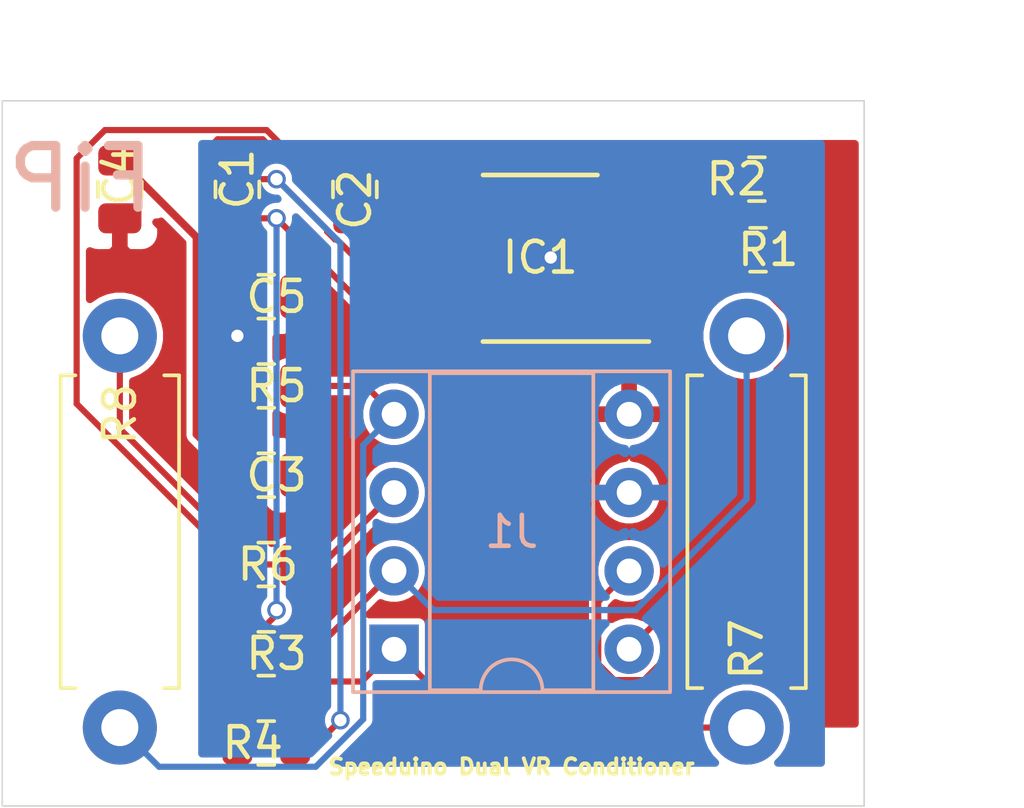
<source format=kicad_pcb>
(kicad_pcb (version 20171130) (host pcbnew "(5.1.6)-1")

  (general
    (thickness 1.6)
    (drawings 8)
    (tracks 111)
    (zones 0)
    (modules 15)
    (nets 13)
  )

  (page A4)
  (layers
    (0 F.Cu mixed hide)
    (31 B.Cu power hide)
    (32 B.Adhes user)
    (33 F.Adhes user)
    (34 B.Paste user)
    (35 F.Paste user)
    (36 B.SilkS user)
    (37 F.SilkS user)
    (38 B.Mask user)
    (39 F.Mask user hide)
    (40 Dwgs.User user)
    (41 Cmts.User user)
    (42 Eco1.User user)
    (43 Eco2.User user)
    (44 Edge.Cuts user)
    (45 Margin user)
    (46 B.CrtYd user)
    (47 F.CrtYd user)
    (48 B.Fab user)
    (49 F.Fab user hide)
  )

  (setup
    (last_trace_width 0.25)
    (trace_clearance 0.2)
    (zone_clearance 0.15)
    (zone_45_only no)
    (trace_min 0.2)
    (via_size 0.8)
    (via_drill 0.4)
    (via_min_size 0.4)
    (via_min_drill 0.3)
    (uvia_size 0.3)
    (uvia_drill 0.1)
    (uvias_allowed no)
    (uvia_min_size 0.2)
    (uvia_min_drill 0.1)
    (edge_width 0.05)
    (segment_width 0.2)
    (pcb_text_width 0.3)
    (pcb_text_size 1.5 1.5)
    (mod_edge_width 0.12)
    (mod_text_size 1 1)
    (mod_text_width 0.15)
    (pad_size 1.524 1.524)
    (pad_drill 0.762)
    (pad_to_mask_clearance 0.05)
    (aux_axis_origin 0 0)
    (visible_elements 7FFFFFFF)
    (pcbplotparams
      (layerselection 0x010fc_ffffffff)
      (usegerberextensions false)
      (usegerberattributes true)
      (usegerberadvancedattributes true)
      (creategerberjobfile true)
      (excludeedgelayer true)
      (linewidth 0.100000)
      (plotframeref false)
      (viasonmask false)
      (mode 1)
      (useauxorigin false)
      (hpglpennumber 1)
      (hpglpenspeed 20)
      (hpglpendiameter 15.000000)
      (psnegative false)
      (psa4output false)
      (plotreference true)
      (plotvalue true)
      (plotinvisibletext false)
      (padsonsilk false)
      (subtractmaskfromsilk false)
      (outputformat 1)
      (mirror false)
      (drillshape 0)
      (scaleselection 1)
      (outputdirectory "Manufacture/"))
  )

  (net 0 "")
  (net 1 "Net-(C1-Pad2)")
  (net 2 "Net-(C1-Pad1)")
  (net 3 "Net-(C2-Pad2)")
  (net 4 "Net-(C2-Pad1)")
  (net 5 Ground)
  (net 6 5V)
  (net 7 Output2)
  (net 8 Output1)
  (net 9 VR2-)
  (net 10 VR2+)
  (net 11 VR1+)
  (net 12 VR1-)

  (net_class Default "This is the default net class."
    (clearance 0.2)
    (trace_width 0.25)
    (via_dia 0.8)
    (via_drill 0.4)
    (uvia_dia 0.3)
    (uvia_drill 0.1)
  )

  (net_class Power ""
    (clearance 0.2)
    (trace_width 0.25)
    (via_dia 0.8)
    (via_drill 0.4)
    (uvia_dia 0.3)
    (uvia_drill 0.1)
    (add_net 5V)
    (add_net Ground)
  )

  (net_class Signal ""
    (clearance 0.1)
    (trace_width 0.2)
    (via_dia 0.6)
    (via_drill 0.4)
    (uvia_dia 0.3)
    (uvia_drill 0.1)
    (diff_pair_width 0.2)
    (diff_pair_gap 0.2)
    (add_net "Net-(C1-Pad1)")
    (add_net "Net-(C1-Pad2)")
    (add_net "Net-(C2-Pad1)")
    (add_net "Net-(C2-Pad2)")
    (add_net Output1)
    (add_net Output2)
    (add_net VR1+)
    (add_net VR1-)
    (add_net VR2+)
    (add_net VR2-)
  )

  (module Resistor_THT:R_Axial_DIN0411_L9.9mm_D3.6mm_P12.70mm_Horizontal (layer F.Cu) (tedit 5AE5139B) (tstamp 5F04753A)
    (at 134.62 85.09 270)
    (descr "Resistor, Axial_DIN0411 series, Axial, Horizontal, pin pitch=12.7mm, 1W, length*diameter=9.9*3.6mm^2")
    (tags "Resistor Axial_DIN0411 series Axial Horizontal pin pitch 12.7mm 1W length 9.9mm diameter 3.6mm")
    (path /5F044A65)
    (fp_text reference R8 (at 2.54 0 90) (layer F.SilkS)
      (effects (font (size 1 1) (thickness 0.15)))
    )
    (fp_text value 4.7K (at 6.35 2.92 90) (layer F.Fab)
      (effects (font (size 1 1) (thickness 0.15)))
    )
    (fp_line (start 1.4 -1.8) (end 1.4 1.8) (layer F.Fab) (width 0.1))
    (fp_line (start 1.4 1.8) (end 11.3 1.8) (layer F.Fab) (width 0.1))
    (fp_line (start 11.3 1.8) (end 11.3 -1.8) (layer F.Fab) (width 0.1))
    (fp_line (start 11.3 -1.8) (end 1.4 -1.8) (layer F.Fab) (width 0.1))
    (fp_line (start 0 0) (end 1.4 0) (layer F.Fab) (width 0.1))
    (fp_line (start 12.7 0) (end 11.3 0) (layer F.Fab) (width 0.1))
    (fp_line (start 1.28 -1.44) (end 1.28 -1.92) (layer F.SilkS) (width 0.12))
    (fp_line (start 1.28 -1.92) (end 11.42 -1.92) (layer F.SilkS) (width 0.12))
    (fp_line (start 11.42 -1.92) (end 11.42 -1.44) (layer F.SilkS) (width 0.12))
    (fp_line (start 1.28 1.44) (end 1.28 1.92) (layer F.SilkS) (width 0.12))
    (fp_line (start 1.28 1.92) (end 11.42 1.92) (layer F.SilkS) (width 0.12))
    (fp_line (start 11.42 1.92) (end 11.42 1.44) (layer F.SilkS) (width 0.12))
    (fp_line (start -1.45 -2.05) (end -1.45 2.05) (layer F.CrtYd) (width 0.05))
    (fp_line (start -1.45 2.05) (end 14.15 2.05) (layer F.CrtYd) (width 0.05))
    (fp_line (start 14.15 2.05) (end 14.15 -2.05) (layer F.CrtYd) (width 0.05))
    (fp_line (start 14.15 -2.05) (end -1.45 -2.05) (layer F.CrtYd) (width 0.05))
    (fp_text user %R (at 6.35 0 90) (layer F.Fab)
      (effects (font (size 1 1) (thickness 0.15)))
    )
    (pad 2 thru_hole oval (at 12.7 0 270) (size 2.4 2.4) (drill 1.2) (layers *.Cu *.Mask)
      (net 9 VR2-))
    (pad 1 thru_hole circle (at 0 0 270) (size 2.4 2.4) (drill 1.2) (layers *.Cu *.Mask)
      (net 10 VR2+))
    (model ${KISYS3DMOD}/Resistor_THT.3dshapes/R_Axial_DIN0411_L9.9mm_D3.6mm_P12.70mm_Horizontal.wrl
      (at (xyz 0 0 0))
      (scale (xyz 1 1 1))
      (rotate (xyz 0 0 0))
    )
  )

  (module Resistor_THT:R_Axial_DIN0411_L9.9mm_D3.6mm_P12.70mm_Horizontal (layer F.Cu) (tedit 5AE5139B) (tstamp 5F04741D)
    (at 154.94 97.79 90)
    (descr "Resistor, Axial_DIN0411 series, Axial, Horizontal, pin pitch=12.7mm, 1W, length*diameter=9.9*3.6mm^2")
    (tags "Resistor Axial_DIN0411 series Axial Horizontal pin pitch 12.7mm 1W length 9.9mm diameter 3.6mm")
    (path /5F04DF67)
    (fp_text reference R7 (at 2.54 0 90) (layer F.SilkS)
      (effects (font (size 1 1) (thickness 0.15)))
    )
    (fp_text value 4.7K (at 6.35 2.92 90) (layer F.Fab)
      (effects (font (size 1 1) (thickness 0.15)))
    )
    (fp_line (start 1.4 -1.8) (end 1.4 1.8) (layer F.Fab) (width 0.1))
    (fp_line (start 1.4 1.8) (end 11.3 1.8) (layer F.Fab) (width 0.1))
    (fp_line (start 11.3 1.8) (end 11.3 -1.8) (layer F.Fab) (width 0.1))
    (fp_line (start 11.3 -1.8) (end 1.4 -1.8) (layer F.Fab) (width 0.1))
    (fp_line (start 0 0) (end 1.4 0) (layer F.Fab) (width 0.1))
    (fp_line (start 12.7 0) (end 11.3 0) (layer F.Fab) (width 0.1))
    (fp_line (start 1.28 -1.44) (end 1.28 -1.92) (layer F.SilkS) (width 0.12))
    (fp_line (start 1.28 -1.92) (end 11.42 -1.92) (layer F.SilkS) (width 0.12))
    (fp_line (start 11.42 -1.92) (end 11.42 -1.44) (layer F.SilkS) (width 0.12))
    (fp_line (start 1.28 1.44) (end 1.28 1.92) (layer F.SilkS) (width 0.12))
    (fp_line (start 1.28 1.92) (end 11.42 1.92) (layer F.SilkS) (width 0.12))
    (fp_line (start 11.42 1.92) (end 11.42 1.44) (layer F.SilkS) (width 0.12))
    (fp_line (start -1.45 -2.05) (end -1.45 2.05) (layer F.CrtYd) (width 0.05))
    (fp_line (start -1.45 2.05) (end 14.15 2.05) (layer F.CrtYd) (width 0.05))
    (fp_line (start 14.15 2.05) (end 14.15 -2.05) (layer F.CrtYd) (width 0.05))
    (fp_line (start 14.15 -2.05) (end -1.45 -2.05) (layer F.CrtYd) (width 0.05))
    (fp_text user %R (at 6.35 0 90) (layer F.Fab)
      (effects (font (size 1 1) (thickness 0.15)))
    )
    (pad 2 thru_hole oval (at 12.7 0 90) (size 2.4 2.4) (drill 1.2) (layers *.Cu *.Mask)
      (net 11 VR1+))
    (pad 1 thru_hole circle (at 0 0 90) (size 2.4 2.4) (drill 1.2) (layers *.Cu *.Mask)
      (net 12 VR1-))
    (model ${KISYS3DMOD}/Resistor_THT.3dshapes/R_Axial_DIN0411_L9.9mm_D3.6mm_P12.70mm_Horizontal.wrl
      (at (xyz 0 0 0))
      (scale (xyz 1 1 1))
      (rotate (xyz 0 0 0))
    )
  )

  (module Package_DIP:DIP-8_W7.62mm_Socket (layer B.Cu) (tedit 5A02E8C5) (tstamp 5EFF1F5F)
    (at 143.51 95.25)
    (descr "8-lead though-hole mounted DIP package, row spacing 7.62 mm (300 mils), Socket")
    (tags "THT DIP DIL PDIP 2.54mm 7.62mm 300mil Socket")
    (path /5F034AAC)
    (fp_text reference J1 (at 3.81 -3.81) (layer B.SilkS)
      (effects (font (size 1 1) (thickness 0.15)) (justify mirror))
    )
    (fp_text value Conn (at 3.81 -9.95) (layer B.Fab)
      (effects (font (size 1 1) (thickness 0.15)) (justify mirror))
    )
    (fp_line (start 1.635 1.27) (end 6.985 1.27) (layer B.Fab) (width 0.1))
    (fp_line (start 6.985 1.27) (end 6.985 -8.89) (layer B.Fab) (width 0.1))
    (fp_line (start 6.985 -8.89) (end 0.635 -8.89) (layer B.Fab) (width 0.1))
    (fp_line (start 0.635 -8.89) (end 0.635 0.27) (layer B.Fab) (width 0.1))
    (fp_line (start 0.635 0.27) (end 1.635 1.27) (layer B.Fab) (width 0.1))
    (fp_line (start -1.27 1.33) (end -1.27 -8.95) (layer B.Fab) (width 0.1))
    (fp_line (start -1.27 -8.95) (end 8.89 -8.95) (layer B.Fab) (width 0.1))
    (fp_line (start 8.89 -8.95) (end 8.89 1.33) (layer B.Fab) (width 0.1))
    (fp_line (start 8.89 1.33) (end -1.27 1.33) (layer B.Fab) (width 0.1))
    (fp_line (start 2.81 1.33) (end 1.16 1.33) (layer B.SilkS) (width 0.12))
    (fp_line (start 1.16 1.33) (end 1.16 -8.95) (layer B.SilkS) (width 0.12))
    (fp_line (start 1.16 -8.95) (end 6.46 -8.95) (layer B.SilkS) (width 0.12))
    (fp_line (start 6.46 -8.95) (end 6.46 1.33) (layer B.SilkS) (width 0.12))
    (fp_line (start 6.46 1.33) (end 4.81 1.33) (layer B.SilkS) (width 0.12))
    (fp_line (start -1.33 1.39) (end -1.33 -9.01) (layer B.SilkS) (width 0.12))
    (fp_line (start -1.33 -9.01) (end 8.95 -9.01) (layer B.SilkS) (width 0.12))
    (fp_line (start 8.95 -9.01) (end 8.95 1.39) (layer B.SilkS) (width 0.12))
    (fp_line (start 8.95 1.39) (end -1.33 1.39) (layer B.SilkS) (width 0.12))
    (fp_line (start -1.55 1.6) (end -1.55 -9.2) (layer B.CrtYd) (width 0.05))
    (fp_line (start -1.55 -9.2) (end 9.15 -9.2) (layer B.CrtYd) (width 0.05))
    (fp_line (start 9.15 -9.2) (end 9.15 1.6) (layer B.CrtYd) (width 0.05))
    (fp_line (start 9.15 1.6) (end -1.55 1.6) (layer B.CrtYd) (width 0.05))
    (fp_text user %R (at 3.81 -3.81) (layer B.Fab)
      (effects (font (size 1 1) (thickness 0.15)) (justify mirror))
    )
    (fp_arc (start 3.81 1.33) (end 2.81 1.33) (angle 180) (layer B.SilkS) (width 0.12))
    (pad 8 thru_hole oval (at 7.62 0) (size 1.6 1.6) (drill 0.8) (layers *.Cu *.Mask)
      (net 8 Output1))
    (pad 4 thru_hole oval (at 0 -7.62) (size 1.6 1.6) (drill 0.8) (layers *.Cu *.Mask)
      (net 9 VR2-))
    (pad 7 thru_hole oval (at 7.62 -2.54) (size 1.6 1.6) (drill 0.8) (layers *.Cu *.Mask)
      (net 7 Output2))
    (pad 3 thru_hole oval (at 0 -5.08) (size 1.6 1.6) (drill 0.8) (layers *.Cu *.Mask)
      (net 10 VR2+))
    (pad 6 thru_hole oval (at 7.62 -5.08) (size 1.6 1.6) (drill 0.8) (layers *.Cu *.Mask)
      (net 5 Ground))
    (pad 2 thru_hole oval (at 0 -2.54) (size 1.6 1.6) (drill 0.8) (layers *.Cu *.Mask)
      (net 11 VR1+))
    (pad 5 thru_hole oval (at 7.62 -7.62) (size 1.6 1.6) (drill 0.8) (layers *.Cu *.Mask)
      (net 6 5V))
    (pad 1 thru_hole rect (at 0 0) (size 1.6 1.6) (drill 0.8) (layers *.Cu *.Mask)
      (net 12 VR1-))
    (model ${KISYS3DMOD}/Package_DIP.3dshapes/DIP-8_W7.62mm_Socket.wrl
      (at (xyz 0 0 0))
      (scale (xyz 1 1 1))
      (rotate (xyz 0 0 0))
    )
  )

  (module Package_SO:QSOP-16_3.9x4.9mm_P0.635mm (layer F.Cu) (tedit 5A02F25C) (tstamp 5EFF230B)
    (at 148.249 82.55 180)
    (descr "16-Lead Plastic Shrink Small Outline Narrow Body (QR)-.150\" Body [QSOP] (see Microchip Packaging Specification 00000049BS.pdf)")
    (tags "SSOP 0.635")
    (path /5F034022)
    (attr smd)
    (fp_text reference IC1 (at 0 0) (layer F.SilkS)
      (effects (font (size 1 1) (thickness 0.15)))
    )
    (fp_text value MAX9926UAEE+ (at 0 3.5) (layer F.Fab) hide
      (effects (font (size 1 1) (thickness 0.15)))
    )
    (fp_line (start -0.95 -2.45) (end 1.95 -2.45) (layer F.Fab) (width 0.15))
    (fp_line (start 1.95 -2.45) (end 1.95 2.45) (layer F.Fab) (width 0.15))
    (fp_line (start 1.95 2.45) (end -1.95 2.45) (layer F.Fab) (width 0.15))
    (fp_line (start -1.95 2.45) (end -1.95 -1.45) (layer F.Fab) (width 0.15))
    (fp_line (start -1.95 -1.45) (end -0.95 -2.45) (layer F.Fab) (width 0.15))
    (fp_line (start -3.7 -2.85) (end -3.7 2.8) (layer F.CrtYd) (width 0.05))
    (fp_line (start 3.7 -2.85) (end 3.7 2.8) (layer F.CrtYd) (width 0.05))
    (fp_line (start -3.7 -2.85) (end 3.7 -2.85) (layer F.CrtYd) (width 0.05))
    (fp_line (start -3.7 2.8) (end 3.7 2.8) (layer F.CrtYd) (width 0.05))
    (fp_line (start -1.8543 2.675) (end 1.8543 2.675) (layer F.SilkS) (width 0.15))
    (fp_line (start -3.525 -2.725) (end 1.8586 -2.725) (layer F.SilkS) (width 0.15))
    (fp_text user %R (at 0 0) (layer F.Fab) hide
      (effects (font (size 0.7 0.7) (thickness 0.15)))
    )
    (pad 16 smd rect (at 2.6543 -2.2225 180) (size 1.6 0.41) (layers F.Cu F.Paste F.Mask)
      (net 2 "Net-(C1-Pad1)"))
    (pad 15 smd rect (at 2.6543 -1.5875 180) (size 1.6 0.41) (layers F.Cu F.Paste F.Mask)
      (net 1 "Net-(C1-Pad2)"))
    (pad 14 smd rect (at 2.6543 -0.9525 180) (size 1.6 0.41) (layers F.Cu F.Paste F.Mask)
      (net 6 5V))
    (pad 13 smd rect (at 2.6543 -0.3175 180) (size 1.6 0.41) (layers F.Cu F.Paste F.Mask)
      (net 5 Ground))
    (pad 12 smd rect (at 2.6543 0.3175 180) (size 1.6 0.41) (layers F.Cu F.Paste F.Mask))
    (pad 11 smd rect (at 2.6543 0.9525 180) (size 1.6 0.41) (layers F.Cu F.Paste F.Mask)
      (net 5 Ground))
    (pad 10 smd rect (at 2.6543 1.5875 180) (size 1.6 0.41) (layers F.Cu F.Paste F.Mask)
      (net 4 "Net-(C2-Pad1)"))
    (pad 9 smd rect (at 2.6543 2.2225 180) (size 1.6 0.41) (layers F.Cu F.Paste F.Mask)
      (net 3 "Net-(C2-Pad2)"))
    (pad 8 smd rect (at -2.6543 2.2225 180) (size 1.6 0.41) (layers F.Cu F.Paste F.Mask)
      (net 5 Ground))
    (pad 7 smd rect (at -2.6543 1.5875 180) (size 1.6 0.41) (layers F.Cu F.Paste F.Mask))
    (pad 6 smd rect (at -2.6543 0.9525 180) (size 1.6 0.41) (layers F.Cu F.Paste F.Mask)
      (net 5 Ground))
    (pad 5 smd rect (at -2.6543 0.3175 180) (size 1.6 0.41) (layers F.Cu F.Paste F.Mask)
      (net 7 Output2))
    (pad 4 smd rect (at -2.6543 -0.3175 180) (size 1.6 0.41) (layers F.Cu F.Paste F.Mask)
      (net 8 Output1))
    (pad 3 smd rect (at -2.6543 -0.9525 180) (size 1.6 0.41) (layers F.Cu F.Paste F.Mask)
      (net 5 Ground))
    (pad 2 smd rect (at -2.6543 -1.5875 180) (size 1.6 0.41) (layers F.Cu F.Paste F.Mask))
    (pad 1 smd rect (at -2.6543 -2.2225 180) (size 1.6 0.41) (layers F.Cu F.Paste F.Mask)
      (net 5 Ground))
    (model ${KISYS3DMOD}/Package_SO.3dshapes/QSOP-16_3.9x4.9mm_P0.635mm.wrl
      (at (xyz 0 0 0))
      (scale (xyz 1 1 1))
      (rotate (xyz 0 0 0))
    )
  )

  (module Capacitor_SMD:C_0805_2012Metric (layer F.Cu) (tedit 5B36C52B) (tstamp 5F0EF13C)
    (at 138.43 80.3425 90)
    (descr "Capacitor SMD 0805 (2012 Metric), square (rectangular) end terminal, IPC_7351 nominal, (Body size source: https://docs.google.com/spreadsheets/d/1BsfQQcO9C6DZCsRaXUlFlo91Tg2WpOkGARC1WS5S8t0/edit?usp=sharing), generated with kicad-footprint-generator")
    (tags capacitor)
    (path /5F04DF61)
    (attr smd)
    (fp_text reference C1 (at 0.3325 0 -90) (layer F.SilkS)
      (effects (font (size 1 1) (thickness 0.15)))
    )
    (fp_text value 1nF (at 0 1.65 -90) (layer F.Fab) hide
      (effects (font (size 1 1) (thickness 0.15)))
    )
    (fp_line (start -1 0.6) (end -1 -0.6) (layer F.Fab) (width 0.1))
    (fp_line (start -1 -0.6) (end 1 -0.6) (layer F.Fab) (width 0.1))
    (fp_line (start 1 -0.6) (end 1 0.6) (layer F.Fab) (width 0.1))
    (fp_line (start 1 0.6) (end -1 0.6) (layer F.Fab) (width 0.1))
    (fp_line (start -0.258578 -0.71) (end 0.258578 -0.71) (layer F.SilkS) (width 0.12))
    (fp_line (start -0.258578 0.71) (end 0.258578 0.71) (layer F.SilkS) (width 0.12))
    (fp_line (start -1.68 0.95) (end -1.68 -0.95) (layer F.CrtYd) (width 0.05))
    (fp_line (start -1.68 -0.95) (end 1.68 -0.95) (layer F.CrtYd) (width 0.05))
    (fp_line (start 1.68 -0.95) (end 1.68 0.95) (layer F.CrtYd) (width 0.05))
    (fp_line (start 1.68 0.95) (end -1.68 0.95) (layer F.CrtYd) (width 0.05))
    (fp_text user %R (at 0 0 -90) (layer F.Fab) hide
      (effects (font (size 0.5 0.5) (thickness 0.08)))
    )
    (pad 2 smd roundrect (at 0.9375 0 90) (size 0.975 1.4) (layers F.Cu F.Paste F.Mask) (roundrect_rratio 0.25)
      (net 1 "Net-(C1-Pad2)"))
    (pad 1 smd roundrect (at -0.9375 0 90) (size 0.975 1.4) (layers F.Cu F.Paste F.Mask) (roundrect_rratio 0.25)
      (net 2 "Net-(C1-Pad1)"))
    (model ${KISYS3DMOD}/Capacitor_SMD.3dshapes/C_0805_2012Metric.wrl
      (at (xyz 0 0 0))
      (scale (xyz 1 1 1))
      (rotate (xyz 0 0 0))
    )
  )

  (module Resistor_SMD:R_0805_2012Metric (layer F.Cu) (tedit 5B36C52B) (tstamp 5F0EE111)
    (at 139.3675 92.502 180)
    (descr "Resistor SMD 0805 (2012 Metric), square (rectangular) end terminal, IPC_7351 nominal, (Body size source: https://docs.google.com/spreadsheets/d/1BsfQQcO9C6DZCsRaXUlFlo91Tg2WpOkGARC1WS5S8t0/edit?usp=sharing), generated with kicad-footprint-generator")
    (tags resistor)
    (path /5F0439CE)
    (attr smd)
    (fp_text reference R6 (at -0.05375 0 180) (layer F.SilkS)
      (effects (font (size 1 1) (thickness 0.15)))
    )
    (fp_text value 10K (at 0 1.65 180) (layer F.Fab) hide
      (effects (font (size 1 1) (thickness 0.15)))
    )
    (fp_line (start -1 0.6) (end -1 -0.6) (layer F.Fab) (width 0.1))
    (fp_line (start -1 -0.6) (end 1 -0.6) (layer F.Fab) (width 0.1))
    (fp_line (start 1 -0.6) (end 1 0.6) (layer F.Fab) (width 0.1))
    (fp_line (start 1 0.6) (end -1 0.6) (layer F.Fab) (width 0.1))
    (fp_line (start -0.258578 -0.71) (end 0.258578 -0.71) (layer F.SilkS) (width 0.12))
    (fp_line (start -0.258578 0.71) (end 0.258578 0.71) (layer F.SilkS) (width 0.12))
    (fp_line (start -1.68 0.95) (end -1.68 -0.95) (layer F.CrtYd) (width 0.05))
    (fp_line (start -1.68 -0.95) (end 1.68 -0.95) (layer F.CrtYd) (width 0.05))
    (fp_line (start 1.68 -0.95) (end 1.68 0.95) (layer F.CrtYd) (width 0.05))
    (fp_line (start 1.68 0.95) (end -1.68 0.95) (layer F.CrtYd) (width 0.05))
    (fp_text user %R (at 0 0 180) (layer F.Fab) hide
      (effects (font (size 0.5 0.5) (thickness 0.08)))
    )
    (pad 2 smd roundrect (at 0.9375 0 180) (size 0.975 1.4) (layers F.Cu F.Paste F.Mask) (roundrect_rratio 0.25)
      (net 3 "Net-(C2-Pad2)"))
    (pad 1 smd roundrect (at -0.9375 0 180) (size 0.975 1.4) (layers F.Cu F.Paste F.Mask) (roundrect_rratio 0.25)
      (net 10 VR2+))
    (model ${KISYS3DMOD}/Resistor_SMD.3dshapes/R_0805_2012Metric.wrl
      (at (xyz 0 0 0))
      (scale (xyz 1 1 1))
      (rotate (xyz 0 0 0))
    )
  )

  (module Resistor_SMD:R_0805_2012Metric (layer F.Cu) (tedit 5B36C52B) (tstamp 5F0EEE69)
    (at 155.2725 80.01)
    (descr "Resistor SMD 0805 (2012 Metric), square (rectangular) end terminal, IPC_7351 nominal, (Body size source: https://docs.google.com/spreadsheets/d/1BsfQQcO9C6DZCsRaXUlFlo91Tg2WpOkGARC1WS5S8t0/edit?usp=sharing), generated with kicad-footprint-generator")
    (tags resistor)
    (path /5F038A85)
    (attr smd)
    (fp_text reference R2 (at -0.65381 0 180) (layer F.SilkS)
      (effects (font (size 1 1) (thickness 0.15)))
    )
    (fp_text value 1K (at 0 1.65 180) (layer F.Fab) hide
      (effects (font (size 1 1) (thickness 0.15)))
    )
    (fp_line (start -1 0.6) (end -1 -0.6) (layer F.Fab) (width 0.1))
    (fp_line (start -1 -0.6) (end 1 -0.6) (layer F.Fab) (width 0.1))
    (fp_line (start 1 -0.6) (end 1 0.6) (layer F.Fab) (width 0.1))
    (fp_line (start 1 0.6) (end -1 0.6) (layer F.Fab) (width 0.1))
    (fp_line (start -0.258578 -0.71) (end 0.258578 -0.71) (layer F.SilkS) (width 0.12))
    (fp_line (start -0.258578 0.71) (end 0.258578 0.71) (layer F.SilkS) (width 0.12))
    (fp_line (start -1.68 0.95) (end -1.68 -0.95) (layer F.CrtYd) (width 0.05))
    (fp_line (start -1.68 -0.95) (end 1.68 -0.95) (layer F.CrtYd) (width 0.05))
    (fp_line (start 1.68 -0.95) (end 1.68 0.95) (layer F.CrtYd) (width 0.05))
    (fp_line (start 1.68 0.95) (end -1.68 0.95) (layer F.CrtYd) (width 0.05))
    (fp_text user %R (at 0 0 180) (layer F.Fab) hide
      (effects (font (size 0.5 0.5) (thickness 0.08)))
    )
    (pad 2 smd roundrect (at 0.9375 0) (size 0.975 1.4) (layers F.Cu F.Paste F.Mask) (roundrect_rratio 0.25)
      (net 6 5V))
    (pad 1 smd roundrect (at -0.9375 0) (size 0.975 1.4) (layers F.Cu F.Paste F.Mask) (roundrect_rratio 0.25)
      (net 7 Output2))
    (model ${KISYS3DMOD}/Resistor_SMD.3dshapes/R_0805_2012Metric.wrl
      (at (xyz 0 0 0))
      (scale (xyz 1 1 1))
      (rotate (xyz 0 0 0))
    )
  )

  (module Capacitor_SMD:C_0805_2012Metric (layer F.Cu) (tedit 5B36C52B) (tstamp 5F0EC75F)
    (at 139.3675 83.82 180)
    (descr "Capacitor SMD 0805 (2012 Metric), square (rectangular) end terminal, IPC_7351 nominal, (Body size source: https://docs.google.com/spreadsheets/d/1BsfQQcO9C6DZCsRaXUlFlo91Tg2WpOkGARC1WS5S8t0/edit?usp=sharing), generated with kicad-footprint-generator")
    (tags capacitor)
    (path /5F03ED16)
    (attr smd)
    (fp_text reference C5 (at -0.3325 0 180) (layer F.SilkS)
      (effects (font (size 1 1) (thickness 0.15)))
    )
    (fp_text value 1uF (at 0 1.65 180) (layer F.Fab) hide
      (effects (font (size 1 1) (thickness 0.15)))
    )
    (fp_line (start -1 0.6) (end -1 -0.6) (layer F.Fab) (width 0.1))
    (fp_line (start -1 -0.6) (end 1 -0.6) (layer F.Fab) (width 0.1))
    (fp_line (start 1 -0.6) (end 1 0.6) (layer F.Fab) (width 0.1))
    (fp_line (start 1 0.6) (end -1 0.6) (layer F.Fab) (width 0.1))
    (fp_line (start -0.258578 -0.71) (end 0.258578 -0.71) (layer F.SilkS) (width 0.12))
    (fp_line (start -0.258578 0.71) (end 0.258578 0.71) (layer F.SilkS) (width 0.12))
    (fp_line (start -1.68 0.95) (end -1.68 -0.95) (layer F.CrtYd) (width 0.05))
    (fp_line (start -1.68 -0.95) (end 1.68 -0.95) (layer F.CrtYd) (width 0.05))
    (fp_line (start 1.68 -0.95) (end 1.68 0.95) (layer F.CrtYd) (width 0.05))
    (fp_line (start 1.68 0.95) (end -1.68 0.95) (layer F.CrtYd) (width 0.05))
    (fp_text user %R (at 0 0 180) (layer F.Fab) hide
      (effects (font (size 0.5 0.5) (thickness 0.08)))
    )
    (pad 2 smd roundrect (at 0.9375 0 180) (size 0.975 1.4) (layers F.Cu F.Paste F.Mask) (roundrect_rratio 0.25)
      (net 5 Ground))
    (pad 1 smd roundrect (at -0.9375 0 180) (size 0.975 1.4) (layers F.Cu F.Paste F.Mask) (roundrect_rratio 0.25)
      (net 6 5V))
    (model ${KISYS3DMOD}/Capacitor_SMD.3dshapes/C_0805_2012Metric.wrl
      (at (xyz 0 0 0))
      (scale (xyz 1 1 1))
      (rotate (xyz 0 0 0))
    )
  )

  (module Capacitor_SMD:C_0805_2012Metric (layer F.Cu) (tedit 5B36C52B) (tstamp 5F0DDBD0)
    (at 142.24 80.3425 90)
    (descr "Capacitor SMD 0805 (2012 Metric), square (rectangular) end terminal, IPC_7351 nominal, (Body size source: https://docs.google.com/spreadsheets/d/1BsfQQcO9C6DZCsRaXUlFlo91Tg2WpOkGARC1WS5S8t0/edit?usp=sharing), generated with kicad-footprint-generator")
    (tags capacitor)
    (path /5F043F77)
    (attr smd)
    (fp_text reference C2 (at -0.3325 0 270) (layer F.SilkS)
      (effects (font (size 1 1) (thickness 0.15)))
    )
    (fp_text value 1nF (at 0 1.65 270) (layer F.Fab) hide
      (effects (font (size 1 1) (thickness 0.15)))
    )
    (fp_line (start -1 0.6) (end -1 -0.6) (layer F.Fab) (width 0.1))
    (fp_line (start -1 -0.6) (end 1 -0.6) (layer F.Fab) (width 0.1))
    (fp_line (start 1 -0.6) (end 1 0.6) (layer F.Fab) (width 0.1))
    (fp_line (start 1 0.6) (end -1 0.6) (layer F.Fab) (width 0.1))
    (fp_line (start -0.258578 -0.71) (end 0.258578 -0.71) (layer F.SilkS) (width 0.12))
    (fp_line (start -0.258578 0.71) (end 0.258578 0.71) (layer F.SilkS) (width 0.12))
    (fp_line (start -1.68 0.95) (end -1.68 -0.95) (layer F.CrtYd) (width 0.05))
    (fp_line (start -1.68 -0.95) (end 1.68 -0.95) (layer F.CrtYd) (width 0.05))
    (fp_line (start 1.68 -0.95) (end 1.68 0.95) (layer F.CrtYd) (width 0.05))
    (fp_line (start 1.68 0.95) (end -1.68 0.95) (layer F.CrtYd) (width 0.05))
    (fp_text user %R (at 0 0 270) (layer F.Fab) hide
      (effects (font (size 0.5 0.5) (thickness 0.08)))
    )
    (pad 2 smd roundrect (at 0.9375 0 90) (size 0.975 1.4) (layers F.Cu F.Paste F.Mask) (roundrect_rratio 0.25)
      (net 3 "Net-(C2-Pad2)"))
    (pad 1 smd roundrect (at -0.9375 0 90) (size 0.975 1.4) (layers F.Cu F.Paste F.Mask) (roundrect_rratio 0.25)
      (net 4 "Net-(C2-Pad1)"))
    (model ${KISYS3DMOD}/Capacitor_SMD.3dshapes/C_0805_2012Metric.wrl
      (at (xyz 0 0 0))
      (scale (xyz 1 1 1))
      (rotate (xyz 0 0 0))
    )
  )

  (module Resistor_SMD:R_0805_2012Metric (layer F.Cu) (tedit 5B36C52B) (tstamp 5EFF09F5)
    (at 139.3675 86.714 180)
    (descr "Resistor SMD 0805 (2012 Metric), square (rectangular) end terminal, IPC_7351 nominal, (Body size source: https://docs.google.com/spreadsheets/d/1BsfQQcO9C6DZCsRaXUlFlo91Tg2WpOkGARC1WS5S8t0/edit?usp=sharing), generated with kicad-footprint-generator")
    (tags resistor)
    (path /5F043203)
    (attr smd)
    (fp_text reference R5 (at -0.3325 0 180) (layer F.SilkS)
      (effects (font (size 1 1) (thickness 0.15)))
    )
    (fp_text value 10K (at 0 1.65 180) (layer F.Fab) hide
      (effects (font (size 1 1) (thickness 0.15)))
    )
    (fp_line (start -1 0.6) (end -1 -0.6) (layer F.Fab) (width 0.1))
    (fp_line (start -1 -0.6) (end 1 -0.6) (layer F.Fab) (width 0.1))
    (fp_line (start 1 -0.6) (end 1 0.6) (layer F.Fab) (width 0.1))
    (fp_line (start 1 0.6) (end -1 0.6) (layer F.Fab) (width 0.1))
    (fp_line (start -0.258578 -0.71) (end 0.258578 -0.71) (layer F.SilkS) (width 0.12))
    (fp_line (start -0.258578 0.71) (end 0.258578 0.71) (layer F.SilkS) (width 0.12))
    (fp_line (start -1.68 0.95) (end -1.68 -0.95) (layer F.CrtYd) (width 0.05))
    (fp_line (start -1.68 -0.95) (end 1.68 -0.95) (layer F.CrtYd) (width 0.05))
    (fp_line (start 1.68 -0.95) (end 1.68 0.95) (layer F.CrtYd) (width 0.05))
    (fp_line (start 1.68 0.95) (end -1.68 0.95) (layer F.CrtYd) (width 0.05))
    (fp_text user %R (at 0 0 180) (layer F.Fab) hide
      (effects (font (size 0.5 0.5) (thickness 0.08)))
    )
    (pad 2 smd roundrect (at 0.9375 0 180) (size 0.975 1.4) (layers F.Cu F.Paste F.Mask) (roundrect_rratio 0.25)
      (net 4 "Net-(C2-Pad1)"))
    (pad 1 smd roundrect (at -0.9375 0 180) (size 0.975 1.4) (layers F.Cu F.Paste F.Mask) (roundrect_rratio 0.25)
      (net 9 VR2-))
    (model ${KISYS3DMOD}/Resistor_SMD.3dshapes/R_0805_2012Metric.wrl
      (at (xyz 0 0 0))
      (scale (xyz 1 1 1))
      (rotate (xyz 0 0 0))
    )
  )

  (module Resistor_SMD:R_0805_2012Metric (layer F.Cu) (tedit 5B36C52B) (tstamp 5F0EDB64)
    (at 139.3675 98.29)
    (descr "Resistor SMD 0805 (2012 Metric), square (rectangular) end terminal, IPC_7351 nominal, (Body size source: https://docs.google.com/spreadsheets/d/1BsfQQcO9C6DZCsRaXUlFlo91Tg2WpOkGARC1WS5S8t0/edit?usp=sharing), generated with kicad-footprint-generator")
    (tags resistor)
    (path /5F04DF5B)
    (attr smd)
    (fp_text reference R4 (at -0.44 0 -180) (layer F.SilkS)
      (effects (font (size 1 1) (thickness 0.15)))
    )
    (fp_text value 10K (at 0 1.65 -180) (layer F.Fab) hide
      (effects (font (size 1 1) (thickness 0.15)))
    )
    (fp_line (start 1.68 0.95) (end -1.68 0.95) (layer F.CrtYd) (width 0.05))
    (fp_line (start 1.68 -0.95) (end 1.68 0.95) (layer F.CrtYd) (width 0.05))
    (fp_line (start -1.68 -0.95) (end 1.68 -0.95) (layer F.CrtYd) (width 0.05))
    (fp_line (start -1.68 0.95) (end -1.68 -0.95) (layer F.CrtYd) (width 0.05))
    (fp_line (start -0.258578 0.71) (end 0.258578 0.71) (layer F.SilkS) (width 0.12))
    (fp_line (start -0.258578 -0.71) (end 0.258578 -0.71) (layer F.SilkS) (width 0.12))
    (fp_line (start 1 0.6) (end -1 0.6) (layer F.Fab) (width 0.1))
    (fp_line (start 1 -0.6) (end 1 0.6) (layer F.Fab) (width 0.1))
    (fp_line (start -1 -0.6) (end 1 -0.6) (layer F.Fab) (width 0.1))
    (fp_line (start -1 0.6) (end -1 -0.6) (layer F.Fab) (width 0.1))
    (fp_text user %R (at 0 0 -180) (layer F.Fab) hide
      (effects (font (size 0.5 0.5) (thickness 0.08)))
    )
    (pad 1 smd roundrect (at -0.9375 0) (size 0.975 1.4) (layers F.Cu F.Paste F.Mask) (roundrect_rratio 0.25)
      (net 12 VR1-))
    (pad 2 smd roundrect (at 0.9375 0) (size 0.975 1.4) (layers F.Cu F.Paste F.Mask) (roundrect_rratio 0.25)
      (net 1 "Net-(C1-Pad2)"))
    (model ${KISYS3DMOD}/Resistor_SMD.3dshapes/R_0805_2012Metric.wrl
      (at (xyz 0 0 0))
      (scale (xyz 1 1 1))
      (rotate (xyz 0 0 0))
    )
  )

  (module Resistor_SMD:R_0805_2012Metric (layer F.Cu) (tedit 5B36C52B) (tstamp 5F0EC7B1)
    (at 139.3675 95.396 180)
    (descr "Resistor SMD 0805 (2012 Metric), square (rectangular) end terminal, IPC_7351 nominal, (Body size source: https://docs.google.com/spreadsheets/d/1BsfQQcO9C6DZCsRaXUlFlo91Tg2WpOkGARC1WS5S8t0/edit?usp=sharing), generated with kicad-footprint-generator")
    (tags resistor)
    (path /5F04DF55)
    (attr smd)
    (fp_text reference R3 (at -0.3325 0 180) (layer F.SilkS)
      (effects (font (size 1 1) (thickness 0.15)))
    )
    (fp_text value 10K (at 0 1.65 180) (layer F.Fab) hide
      (effects (font (size 1 1) (thickness 0.15)))
    )
    (fp_line (start -1 0.6) (end -1 -0.6) (layer F.Fab) (width 0.1))
    (fp_line (start -1 -0.6) (end 1 -0.6) (layer F.Fab) (width 0.1))
    (fp_line (start 1 -0.6) (end 1 0.6) (layer F.Fab) (width 0.1))
    (fp_line (start 1 0.6) (end -1 0.6) (layer F.Fab) (width 0.1))
    (fp_line (start -0.258578 -0.71) (end 0.258578 -0.71) (layer F.SilkS) (width 0.12))
    (fp_line (start -0.258578 0.71) (end 0.258578 0.71) (layer F.SilkS) (width 0.12))
    (fp_line (start -1.68 0.95) (end -1.68 -0.95) (layer F.CrtYd) (width 0.05))
    (fp_line (start -1.68 -0.95) (end 1.68 -0.95) (layer F.CrtYd) (width 0.05))
    (fp_line (start 1.68 -0.95) (end 1.68 0.95) (layer F.CrtYd) (width 0.05))
    (fp_line (start 1.68 0.95) (end -1.68 0.95) (layer F.CrtYd) (width 0.05))
    (fp_text user %R (at 0 0 180) (layer F.Fab) hide
      (effects (font (size 0.5 0.5) (thickness 0.08)))
    )
    (pad 2 smd roundrect (at 0.9375 0 180) (size 0.975 1.4) (layers F.Cu F.Paste F.Mask) (roundrect_rratio 0.25)
      (net 2 "Net-(C1-Pad1)"))
    (pad 1 smd roundrect (at -0.9375 0 180) (size 0.975 1.4) (layers F.Cu F.Paste F.Mask) (roundrect_rratio 0.25)
      (net 11 VR1+))
    (model ${KISYS3DMOD}/Resistor_SMD.3dshapes/R_0805_2012Metric.wrl
      (at (xyz 0 0 0))
      (scale (xyz 1 1 1))
      (rotate (xyz 0 0 0))
    )
  )

  (module Resistor_SMD:R_0805_2012Metric (layer F.Cu) (tedit 5B36C52B) (tstamp 5F0EB680)
    (at 155.31 82.3)
    (descr "Resistor SMD 0805 (2012 Metric), square (rectangular) end terminal, IPC_7351 nominal, (Body size source: https://docs.google.com/spreadsheets/d/1BsfQQcO9C6DZCsRaXUlFlo91Tg2WpOkGARC1WS5S8t0/edit?usp=sharing), generated with kicad-footprint-generator")
    (tags resistor)
    (path /5F0378BD)
    (attr smd)
    (fp_text reference R1 (at 0.3325 0 180) (layer F.SilkS)
      (effects (font (size 1 1) (thickness 0.15)))
    )
    (fp_text value 1K (at 0 1.65 180) (layer F.Fab) hide
      (effects (font (size 1 1) (thickness 0.15)))
    )
    (fp_line (start -1 0.6) (end -1 -0.6) (layer F.Fab) (width 0.1))
    (fp_line (start -1 -0.6) (end 1 -0.6) (layer F.Fab) (width 0.1))
    (fp_line (start 1 -0.6) (end 1 0.6) (layer F.Fab) (width 0.1))
    (fp_line (start 1 0.6) (end -1 0.6) (layer F.Fab) (width 0.1))
    (fp_line (start -0.258578 -0.71) (end 0.258578 -0.71) (layer F.SilkS) (width 0.12))
    (fp_line (start -0.258578 0.71) (end 0.258578 0.71) (layer F.SilkS) (width 0.12))
    (fp_line (start -1.68 0.95) (end -1.68 -0.95) (layer F.CrtYd) (width 0.05))
    (fp_line (start -1.68 -0.95) (end 1.68 -0.95) (layer F.CrtYd) (width 0.05))
    (fp_line (start 1.68 -0.95) (end 1.68 0.95) (layer F.CrtYd) (width 0.05))
    (fp_line (start 1.68 0.95) (end -1.68 0.95) (layer F.CrtYd) (width 0.05))
    (fp_text user %R (at 0 0 90) (layer F.Fab) hide
      (effects (font (size 0.5 0.5) (thickness 0.08)))
    )
    (pad 2 smd roundrect (at 0.9375 0) (size 0.975 1.4) (layers F.Cu F.Paste F.Mask) (roundrect_rratio 0.25)
      (net 6 5V))
    (pad 1 smd roundrect (at -0.9375 0) (size 0.975 1.4) (layers F.Cu F.Paste F.Mask) (roundrect_rratio 0.25)
      (net 8 Output1))
    (model ${KISYS3DMOD}/Resistor_SMD.3dshapes/R_0805_2012Metric.wrl
      (at (xyz 0 0 0))
      (scale (xyz 1 1 1))
      (rotate (xyz 0 0 0))
    )
  )

  (module Capacitor_SMD:C_0805_2012Metric (layer F.Cu) (tedit 5B36C52B) (tstamp 5F0EB7A0)
    (at 134.62 80.3425 90)
    (descr "Capacitor SMD 0805 (2012 Metric), square (rectangular) end terminal, IPC_7351 nominal, (Body size source: https://docs.google.com/spreadsheets/d/1BsfQQcO9C6DZCsRaXUlFlo91Tg2WpOkGARC1WS5S8t0/edit?usp=sharing), generated with kicad-footprint-generator")
    (tags capacitor)
    (path /5F03E827)
    (attr smd)
    (fp_text reference C4 (at 0.44 0 270) (layer F.SilkS)
      (effects (font (size 1 1) (thickness 0.15)))
    )
    (fp_text value 0.1uF (at 0 1.65 270) (layer F.Fab) hide
      (effects (font (size 1 1) (thickness 0.15)))
    )
    (fp_line (start -1 0.6) (end -1 -0.6) (layer F.Fab) (width 0.1))
    (fp_line (start -1 -0.6) (end 1 -0.6) (layer F.Fab) (width 0.1))
    (fp_line (start 1 -0.6) (end 1 0.6) (layer F.Fab) (width 0.1))
    (fp_line (start 1 0.6) (end -1 0.6) (layer F.Fab) (width 0.1))
    (fp_line (start -0.258578 -0.71) (end 0.258578 -0.71) (layer F.SilkS) (width 0.12))
    (fp_line (start -0.258578 0.71) (end 0.258578 0.71) (layer F.SilkS) (width 0.12))
    (fp_line (start -1.68 0.95) (end -1.68 -0.95) (layer F.CrtYd) (width 0.05))
    (fp_line (start -1.68 -0.95) (end 1.68 -0.95) (layer F.CrtYd) (width 0.05))
    (fp_line (start 1.68 -0.95) (end 1.68 0.95) (layer F.CrtYd) (width 0.05))
    (fp_line (start 1.68 0.95) (end -1.68 0.95) (layer F.CrtYd) (width 0.05))
    (fp_text user %R (at 0 0 270) (layer F.Fab) hide
      (effects (font (size 0.5 0.5) (thickness 0.08)))
    )
    (pad 2 smd roundrect (at 0.9375 0 90) (size 0.975 1.4) (layers F.Cu F.Paste F.Mask) (roundrect_rratio 0.25)
      (net 5 Ground))
    (pad 1 smd roundrect (at -0.9375 0 90) (size 0.975 1.4) (layers F.Cu F.Paste F.Mask) (roundrect_rratio 0.25)
      (net 6 5V))
    (model ${KISYS3DMOD}/Capacitor_SMD.3dshapes/C_0805_2012Metric.wrl
      (at (xyz 0 0 0))
      (scale (xyz 1 1 1))
      (rotate (xyz 0 0 0))
    )
  )

  (module Capacitor_SMD:C_0805_2012Metric (layer F.Cu) (tedit 5B36C52B) (tstamp 5F0EDBC7)
    (at 139.3675 89.608 180)
    (descr "Capacitor SMD 0805 (2012 Metric), square (rectangular) end terminal, IPC_7351 nominal, (Body size source: https://docs.google.com/spreadsheets/d/1BsfQQcO9C6DZCsRaXUlFlo91Tg2WpOkGARC1WS5S8t0/edit?usp=sharing), generated with kicad-footprint-generator")
    (tags capacitor)
    (path /5F03CABE)
    (attr smd)
    (fp_text reference C3 (at -0.3325 0 180) (layer F.SilkS)
      (effects (font (size 1 1) (thickness 0.15)))
    )
    (fp_text value 0.01uF (at 0 1.65 180) (layer F.Fab) hide
      (effects (font (size 1 1) (thickness 0.15)))
    )
    (fp_line (start -1 0.6) (end -1 -0.6) (layer F.Fab) (width 0.1))
    (fp_line (start -1 -0.6) (end 1 -0.6) (layer F.Fab) (width 0.1))
    (fp_line (start 1 -0.6) (end 1 0.6) (layer F.Fab) (width 0.1))
    (fp_line (start 1 0.6) (end -1 0.6) (layer F.Fab) (width 0.1))
    (fp_line (start -0.258578 -0.71) (end 0.258578 -0.71) (layer F.SilkS) (width 0.12))
    (fp_line (start -0.258578 0.71) (end 0.258578 0.71) (layer F.SilkS) (width 0.12))
    (fp_line (start -1.68 0.95) (end -1.68 -0.95) (layer F.CrtYd) (width 0.05))
    (fp_line (start -1.68 -0.95) (end 1.68 -0.95) (layer F.CrtYd) (width 0.05))
    (fp_line (start 1.68 -0.95) (end 1.68 0.95) (layer F.CrtYd) (width 0.05))
    (fp_line (start 1.68 0.95) (end -1.68 0.95) (layer F.CrtYd) (width 0.05))
    (fp_text user %R (at 0 0 180) (layer F.Fab) hide
      (effects (font (size 0.5 0.5) (thickness 0.08)))
    )
    (pad 2 smd roundrect (at 0.9375 0 180) (size 0.975 1.4) (layers F.Cu F.Paste F.Mask) (roundrect_rratio 0.25)
      (net 5 Ground))
    (pad 1 smd roundrect (at -0.9375 0 180) (size 0.975 1.4) (layers F.Cu F.Paste F.Mask) (roundrect_rratio 0.25)
      (net 6 5V))
    (model ${KISYS3DMOD}/Capacitor_SMD.3dshapes/C_0805_2012Metric.wrl
      (at (xyz 0 0 0))
      (scale (xyz 1 1 1))
      (rotate (xyz 0 0 0))
    )
  )

  (gr_text "Speeduino Dual VR Conditioner" (at 147.32 99.06) (layer F.SilkS)
    (effects (font (size 0.5 0.5) (thickness 0.125)))
  )
  (dimension 22.86 (width 0.15) (layer Dwgs.User)
    (gr_text "22.860 mm" (at 162.59 88.9 90) (layer Dwgs.User)
      (effects (font (size 1 1) (thickness 0.15)))
    )
    (feature1 (pts (xy 158.75 77.47) (xy 161.876421 77.47)))
    (feature2 (pts (xy 158.75 100.33) (xy 161.876421 100.33)))
    (crossbar (pts (xy 161.29 100.33) (xy 161.29 77.47)))
    (arrow1a (pts (xy 161.29 77.47) (xy 161.876421 78.596504)))
    (arrow1b (pts (xy 161.29 77.47) (xy 160.703579 78.596504)))
    (arrow2a (pts (xy 161.29 100.33) (xy 161.876421 99.203496)))
    (arrow2b (pts (xy 161.29 100.33) (xy 160.703579 99.203496)))
  )
  (gr_line (start 158.75 100.33) (end 130.81 100.33) (layer Edge.Cuts) (width 0.05) (tstamp 5F05E14F))
  (gr_line (start 158.75 77.47) (end 158.75 100.33) (layer Edge.Cuts) (width 0.05))
  (gr_line (start 130.81 77.47) (end 130.81 100.33) (layer Edge.Cuts) (width 0.05))
  (gr_line (start 158.75 77.47) (end 130.81 77.47) (layer Edge.Cuts) (width 0.05))
  (dimension 27.94 (width 0.15) (layer Dwgs.User)
    (gr_text "27.940 mm" (at 144.78 74.9) (layer Dwgs.User)
      (effects (font (size 1 1) (thickness 0.15)))
    )
    (feature1 (pts (xy 130.81 77.47) (xy 130.81 75.613579)))
    (feature2 (pts (xy 158.75 77.47) (xy 158.75 75.613579)))
    (crossbar (pts (xy 158.75 76.2) (xy 130.81 76.2)))
    (arrow1a (pts (xy 130.81 76.2) (xy 131.936504 75.613579)))
    (arrow1b (pts (xy 130.81 76.2) (xy 131.936504 76.786421)))
    (arrow2a (pts (xy 158.75 76.2) (xy 157.623496 75.613579)))
    (arrow2b (pts (xy 158.75 76.2) (xy 157.623496 76.786421)))
  )
  (gr_text FiP (at 133.35 80.01) (layer B.SilkS)
    (effects (font (size 2 2) (thickness 0.3)) (justify mirror))
  )

  (via (at 139.7 80.01) (size 0.6) (drill 0.4) (layers F.Cu B.Cu) (net 1))
  (segment (start 143.8275 84.1375) (end 145.5947 84.1375) (width 0.2) (layer F.Cu) (net 1))
  (segment (start 141.33999 81.64999) (end 141.33999 81.707562) (width 0.2) (layer F.Cu) (net 1))
  (segment (start 141.65751 81.96751) (end 143.8275 84.1375) (width 0.2) (layer F.Cu) (net 1))
  (segment (start 139.7 80.01) (end 141.33999 81.64999) (width 0.2) (layer F.Cu) (net 1))
  (segment (start 141.33999 81.707562) (end 141.599938 81.96751) (width 0.2) (layer F.Cu) (net 1))
  (segment (start 141.599938 81.96751) (end 141.65751 81.96751) (width 0.2) (layer F.Cu) (net 1))
  (segment (start 139.035 80.01) (end 138.43 79.405) (width 0.2) (layer F.Cu) (net 1))
  (segment (start 139.7 80.01) (end 139.035 80.01) (width 0.2) (layer F.Cu) (net 1))
  (segment (start 139.7 80.01) (end 141.771433 82.081433) (width 0.2) (layer B.Cu) (net 1))
  (segment (start 141.771433 82.081433) (end 141.771433 97.551446) (width 0.2) (layer B.Cu) (net 1))
  (via (at 141.771433 97.551446) (size 0.6) (drill 0.4) (layers F.Cu B.Cu) (net 1))
  (segment (start 140.305 98.29) (end 141.032879 98.29) (width 0.2) (layer F.Cu) (net 1))
  (segment (start 141.032879 98.29) (end 141.771433 97.551446) (width 0.2) (layer F.Cu) (net 1))
  (via (at 139.7 81.28) (size 0.6) (drill 0.4) (layers F.Cu B.Cu) (net 2))
  (via (at 139.7 93.98) (size 0.6) (drill 0.4) (layers F.Cu B.Cu) (net 2))
  (segment (start 143.1925 84.7725) (end 145.5947 84.7725) (width 0.2) (layer F.Cu) (net 2))
  (segment (start 139.7 81.28) (end 143.1925 84.7725) (width 0.2) (layer F.Cu) (net 2))
  (segment (start 139.7 81.28) (end 138.43 81.28) (width 0.2) (layer F.Cu) (net 2))
  (segment (start 139.7 81.28) (end 139.7 93.98) (width 0.2) (layer B.Cu) (net 2))
  (segment (start 139.7 94.126) (end 138.43 95.396) (width 0.2) (layer F.Cu) (net 2))
  (segment (start 139.7 93.98) (end 139.7 94.126) (width 0.2) (layer F.Cu) (net 2))
  (segment (start 144.6722 79.405) (end 145.5947 80.3275) (width 0.2) (layer F.Cu) (net 3))
  (segment (start 142.24 79.405) (end 144.6722 79.405) (width 0.2) (layer F.Cu) (net 3))
  (segment (start 142.24 79.405) (end 140.365 79.405) (width 0.2) (layer F.Cu) (net 3))
  (segment (start 133.219999 87.291999) (end 138.43 92.502) (width 0.2) (layer F.Cu) (net 3))
  (segment (start 133.219999 79.336007) (end 133.219999 87.291999) (width 0.2) (layer F.Cu) (net 3))
  (segment (start 134.138527 78.417479) (end 133.219999 79.336007) (width 0.2) (layer F.Cu) (net 3))
  (segment (start 139.37748 78.417479) (end 134.138527 78.417479) (width 0.2) (layer F.Cu) (net 3))
  (segment (start 140.365 79.405) (end 139.37748 78.417479) (width 0.2) (layer F.Cu) (net 3))
  (segment (start 142.5575 80.9625) (end 145.5947 80.9625) (width 0.2) (layer F.Cu) (net 4))
  (segment (start 142.24 81.28) (end 142.5575 80.9625) (width 0.2) (layer F.Cu) (net 4))
  (segment (start 137.789938 78.71749) (end 137.52999 78.977438) (width 0.2) (layer F.Cu) (net 4))
  (segment (start 137.52999 78.977438) (end 137.52999 85.81399) (width 0.2) (layer F.Cu) (net 4))
  (segment (start 141.815722 81.28) (end 139.253212 78.71749) (width 0.2) (layer F.Cu) (net 4))
  (segment (start 137.52999 85.81399) (end 138.43 86.714) (width 0.2) (layer F.Cu) (net 4))
  (segment (start 139.253212 78.71749) (end 137.789938 78.71749) (width 0.2) (layer F.Cu) (net 4))
  (segment (start 142.24 81.28) (end 141.815722 81.28) (width 0.2) (layer F.Cu) (net 4))
  (via (at 138.43 85.09) (size 0.8) (drill 0.4) (layers F.Cu B.Cu) (net 5))
  (segment (start 149.5425 81.5975) (end 148.59 82.55) (width 0.25) (layer F.Cu) (net 5))
  (segment (start 150.9033 81.5975) (end 149.5425 81.5975) (width 0.25) (layer F.Cu) (net 5))
  (segment (start 147.5972 82.55) (end 148.59 82.55) (width 0.25) (layer F.Cu) (net 5))
  (segment (start 146.6447 81.5975) (end 147.5972 82.55) (width 0.25) (layer F.Cu) (net 5))
  (segment (start 145.5947 81.5975) (end 146.6447 81.5975) (width 0.25) (layer F.Cu) (net 5))
  (segment (start 149.5425 83.5025) (end 148.59 82.55) (width 0.25) (layer F.Cu) (net 5))
  (segment (start 150.9033 83.5025) (end 149.5425 83.5025) (width 0.25) (layer F.Cu) (net 5))
  (segment (start 148.59 81.5908) (end 148.59 82.55) (width 0.25) (layer F.Cu) (net 5))
  (segment (start 149.8533 80.3275) (end 148.59 81.5908) (width 0.25) (layer F.Cu) (net 5))
  (segment (start 150.9033 80.3275) (end 149.8533 80.3275) (width 0.25) (layer F.Cu) (net 5))
  (segment (start 148.59 83.5092) (end 148.59 82.55) (width 0.25) (layer F.Cu) (net 5))
  (segment (start 149.8533 84.7725) (end 148.59 83.5092) (width 0.25) (layer F.Cu) (net 5))
  (segment (start 150.9033 84.7725) (end 149.8533 84.7725) (width 0.25) (layer F.Cu) (net 5))
  (segment (start 148.2725 82.8675) (end 148.59 82.55) (width 0.25) (layer F.Cu) (net 5))
  (segment (start 145.5947 82.8675) (end 148.2725 82.8675) (width 0.25) (layer F.Cu) (net 5))
  (via (at 148.59 82.55) (size 0.8) (drill 0.4) (layers F.Cu B.Cu) (net 5))
  (segment (start 139.24251 84.63251) (end 138.43 83.82) (width 0.25) (layer F.Cu) (net 5))
  (segment (start 139.24251 88.79549) (end 139.24251 84.63251) (width 0.25) (layer F.Cu) (net 5))
  (segment (start 138.43 89.608) (end 139.24251 88.79549) (width 0.25) (layer F.Cu) (net 5))
  (segment (start 138.43 85.09) (end 138.43 83.82) (width 0.25) (layer F.Cu) (net 5))
  (segment (start 137.104978 88.282978) (end 138.43 89.608) (width 0.25) (layer F.Cu) (net 5))
  (segment (start 137.104978 81.889978) (end 137.104978 88.282978) (width 0.25) (layer F.Cu) (net 5))
  (segment (start 134.62 79.405) (end 137.104978 81.889978) (width 0.25) (layer F.Cu) (net 5))
  (segment (start 154.1258 80.01) (end 154.335 80.01) (width 0.2) (layer F.Cu) (net 7))
  (segment (start 151.9033 82.2325) (end 154.1258 80.01) (width 0.2) (layer F.Cu) (net 7))
  (segment (start 150.9033 82.2325) (end 151.9033 82.2325) (width 0.2) (layer F.Cu) (net 7))
  (segment (start 154.335 80.493526) (end 154.335 80.01) (width 0.2) (layer F.Cu) (net 7))
  (segment (start 150.649999 96.250001) (end 151.610001 96.250001) (width 0.2) (layer F.Cu) (net 7))
  (segment (start 156.21 86.31628) (end 156.640012 85.886269) (width 0.2) (layer F.Cu) (net 7))
  (segment (start 150.129999 95.730001) (end 150.649999 96.250001) (width 0.2) (layer F.Cu) (net 7))
  (segment (start 151.13 92.71) (end 150.129999 93.710001) (width 0.2) (layer F.Cu) (net 7))
  (segment (start 156.640012 85.886269) (end 156.640012 84.293731) (width 0.2) (layer F.Cu) (net 7))
  (segment (start 156.21 91.650002) (end 156.21 86.31628) (width 0.2) (layer F.Cu) (net 7))
  (segment (start 155.45999 81.618516) (end 154.335 80.493526) (width 0.2) (layer F.Cu) (net 7))
  (segment (start 150.129999 93.710001) (end 150.129999 95.730001) (width 0.2) (layer F.Cu) (net 7))
  (segment (start 156.640012 84.293731) (end 155.45999 83.113709) (width 0.2) (layer F.Cu) (net 7))
  (segment (start 151.610001 96.250001) (end 156.21 91.650002) (width 0.2) (layer F.Cu) (net 7))
  (segment (start 155.45999 83.113709) (end 155.45999 81.618516) (width 0.2) (layer F.Cu) (net 7))
  (segment (start 153.805 82.8675) (end 150.9033 82.8675) (width 0.2) (layer F.Cu) (net 8))
  (segment (start 154.3725 82.3) (end 153.805 82.8675) (width 0.2) (layer F.Cu) (net 8))
  (segment (start 151.13 95.25) (end 155.909989 90.470011) (width 0.2) (layer F.Cu) (net 8))
  (segment (start 156.340001 84.417999) (end 154.3725 82.450498) (width 0.2) (layer F.Cu) (net 8))
  (segment (start 155.909989 90.470011) (end 155.909989 86.192013) (width 0.2) (layer F.Cu) (net 8))
  (segment (start 156.340001 85.762001) (end 156.340001 84.417999) (width 0.2) (layer F.Cu) (net 8))
  (segment (start 155.909989 86.192013) (end 156.340001 85.762001) (width 0.2) (layer F.Cu) (net 8))
  (segment (start 154.3725 82.450498) (end 154.3725 82.3) (width 0.2) (layer F.Cu) (net 8))
  (segment (start 142.594 86.714) (end 143.51 87.63) (width 0.2) (layer F.Cu) (net 9))
  (segment (start 140.305 86.714) (end 142.594 86.714) (width 0.2) (layer F.Cu) (net 9))
  (segment (start 140.97 99.06) (end 135.89 99.06) (width 0.2) (layer B.Cu) (net 9))
  (segment (start 135.89 99.06) (end 134.62 97.79) (width 0.2) (layer B.Cu) (net 9))
  (segment (start 142.509999 97.520001) (end 140.97 99.06) (width 0.2) (layer B.Cu) (net 9))
  (segment (start 143.51 87.63) (end 142.509999 88.630001) (width 0.2) (layer B.Cu) (net 9))
  (segment (start 142.509999 88.630001) (end 142.509999 97.520001) (width 0.2) (layer B.Cu) (net 9))
  (segment (start 141.178 92.502) (end 143.51 90.17) (width 0.2) (layer F.Cu) (net 10))
  (segment (start 140.305 92.502) (end 141.178 92.502) (width 0.2) (layer F.Cu) (net 10))
  (segment (start 134.62 88.10225) (end 134.62 85.09) (width 0.2) (layer F.Cu) (net 10))
  (segment (start 139.11751 92.502) (end 139.11751 91.861938) (width 0.2) (layer F.Cu) (net 10))
  (segment (start 138.857562 91.60199) (end 138.11974 91.60199) (width 0.2) (layer F.Cu) (net 10))
  (segment (start 140.305 92.502) (end 139.11751 92.502) (width 0.2) (layer F.Cu) (net 10))
  (segment (start 138.11974 91.60199) (end 134.62 88.10225) (width 0.2) (layer F.Cu) (net 10))
  (segment (start 139.11751 91.861938) (end 138.857562 91.60199) (width 0.2) (layer F.Cu) (net 10))
  (segment (start 140.824 95.396) (end 140.305 95.396) (width 0.2) (layer F.Cu) (net 11))
  (segment (start 143.51 92.71) (end 140.824 95.396) (width 0.2) (layer F.Cu) (net 11))
  (segment (start 154.94 90.380002) (end 151.340002 93.98) (width 0.2) (layer B.Cu) (net 11))
  (segment (start 154.94 85.09) (end 154.94 90.380002) (width 0.2) (layer B.Cu) (net 11))
  (segment (start 144.78 93.98) (end 143.51 92.71) (width 0.2) (layer B.Cu) (net 11))
  (segment (start 151.340002 93.98) (end 144.78 93.98) (width 0.2) (layer B.Cu) (net 11))
  (segment (start 140.42399 96.29601) (end 138.43 98.29) (width 0.2) (layer F.Cu) (net 12))
  (segment (start 142.46399 96.29601) (end 140.42399 96.29601) (width 0.2) (layer F.Cu) (net 12))
  (segment (start 143.51 95.25) (end 142.46399 96.29601) (width 0.2) (layer F.Cu) (net 12))
  (segment (start 146.05 97.79) (end 154.94 97.79) (width 0.2) (layer F.Cu) (net 12))
  (segment (start 143.51 95.25) (end 146.05 97.79) (width 0.2) (layer F.Cu) (net 12))

  (zone (net 5) (net_name Ground) (layer B.Cu) (tstamp 5F10189E) (hatch edge 0.508)
    (connect_pads (clearance 0.15))
    (min_thickness 0.254)
    (fill yes (arc_segments 32) (thermal_gap 0.508) (thermal_bridge_width 0.508))
    (polygon
      (pts
        (xy 157.48 99.06) (xy 137.16 99.06) (xy 137.16 78.74) (xy 157.48 78.74)
      )
    )
    (filled_polygon
      (pts
        (xy 157.353 98.933) (xy 155.956505 98.933) (xy 156.126099 98.763406) (xy 156.29321 98.513306) (xy 156.408319 98.23541)
        (xy 156.467 97.940396) (xy 156.467 97.639604) (xy 156.408319 97.34459) (xy 156.29321 97.066694) (xy 156.126099 96.816594)
        (xy 155.913406 96.603901) (xy 155.663306 96.43679) (xy 155.38541 96.321681) (xy 155.090396 96.263) (xy 154.789604 96.263)
        (xy 154.49459 96.321681) (xy 154.216694 96.43679) (xy 153.966594 96.603901) (xy 153.753901 96.816594) (xy 153.58679 97.066694)
        (xy 153.471681 97.34459) (xy 153.413 97.639604) (xy 153.413 97.940396) (xy 153.471681 98.23541) (xy 153.58679 98.513306)
        (xy 153.753901 98.763406) (xy 153.923495 98.933) (xy 141.700868 98.933) (xy 142.797104 97.836765) (xy 142.813394 97.823396)
        (xy 142.826763 97.807106) (xy 142.826766 97.807103) (xy 142.866754 97.758378) (xy 142.906403 97.684198) (xy 142.906404 97.684197)
        (xy 142.930821 97.603708) (xy 142.936999 97.540979) (xy 142.936999 97.540959) (xy 142.939063 97.520002) (xy 142.936999 97.499045)
        (xy 142.936999 96.378582) (xy 144.31 96.378582) (xy 144.374103 96.372268) (xy 144.435743 96.35357) (xy 144.49255 96.323206)
        (xy 144.542343 96.282343) (xy 144.583206 96.23255) (xy 144.61357 96.175743) (xy 144.632268 96.114103) (xy 144.638582 96.05)
        (xy 144.638582 94.45) (xy 144.632268 94.385897) (xy 144.630765 94.380944) (xy 144.696293 94.400822) (xy 144.759022 94.407)
        (xy 144.759032 94.407) (xy 144.779999 94.409065) (xy 144.800966 94.407) (xy 150.379181 94.407) (xy 150.254602 94.531579)
        (xy 150.131266 94.716165) (xy 150.04631 94.921266) (xy 150.003 95.139) (xy 150.003 95.361) (xy 150.04631 95.578734)
        (xy 150.131266 95.783835) (xy 150.254602 95.968421) (xy 150.411579 96.125398) (xy 150.596165 96.248734) (xy 150.801266 96.33369)
        (xy 151.019 96.377) (xy 151.241 96.377) (xy 151.458734 96.33369) (xy 151.663835 96.248734) (xy 151.848421 96.125398)
        (xy 152.005398 95.968421) (xy 152.128734 95.783835) (xy 152.21369 95.578734) (xy 152.257 95.361) (xy 152.257 95.139)
        (xy 152.21369 94.921266) (xy 152.128734 94.716165) (xy 152.005398 94.531579) (xy 151.848421 94.374602) (xy 151.669092 94.254778)
        (xy 155.227105 90.696766) (xy 155.243395 90.683397) (xy 155.256764 90.667107) (xy 155.256768 90.667103) (xy 155.296755 90.618379)
        (xy 155.336404 90.544199) (xy 155.336405 90.544198) (xy 155.360822 90.463709) (xy 155.367 90.40098) (xy 155.367 90.400969)
        (xy 155.369065 90.380002) (xy 155.367 90.359035) (xy 155.367 86.561981) (xy 155.38541 86.558319) (xy 155.663306 86.44321)
        (xy 155.913406 86.276099) (xy 156.126099 86.063406) (xy 156.29321 85.813306) (xy 156.408319 85.53541) (xy 156.467 85.240396)
        (xy 156.467 84.939604) (xy 156.408319 84.64459) (xy 156.29321 84.366694) (xy 156.126099 84.116594) (xy 155.913406 83.903901)
        (xy 155.663306 83.73679) (xy 155.38541 83.621681) (xy 155.090396 83.563) (xy 154.789604 83.563) (xy 154.49459 83.621681)
        (xy 154.216694 83.73679) (xy 153.966594 83.903901) (xy 153.753901 84.116594) (xy 153.58679 84.366694) (xy 153.471681 84.64459)
        (xy 153.413 84.939604) (xy 153.413 85.240396) (xy 153.471681 85.53541) (xy 153.58679 85.813306) (xy 153.753901 86.063406)
        (xy 153.966594 86.276099) (xy 154.216694 86.44321) (xy 154.49459 86.558319) (xy 154.513 86.561981) (xy 154.513001 90.203132)
        (xy 152.233795 92.482339) (xy 152.21369 92.381266) (xy 152.128734 92.176165) (xy 152.005398 91.991579) (xy 151.848421 91.834602)
        (xy 151.663835 91.711266) (xy 151.458734 91.62631) (xy 151.257002 91.586183) (xy 151.257002 91.440625) (xy 151.47904 91.561909)
        (xy 151.743881 91.46707) (xy 151.985131 91.322385) (xy 152.193519 91.133414) (xy 152.361037 90.90742) (xy 152.481246 90.653087)
        (xy 152.521904 90.519039) (xy 152.399915 90.297) (xy 151.257 90.297) (xy 151.257 90.317) (xy 151.003 90.317)
        (xy 151.003 90.297) (xy 149.860085 90.297) (xy 149.738096 90.519039) (xy 149.778754 90.653087) (xy 149.898963 90.90742)
        (xy 150.066481 91.133414) (xy 150.274869 91.322385) (xy 150.516119 91.46707) (xy 150.78096 91.561909) (xy 151.002998 91.440625)
        (xy 151.002998 91.586183) (xy 150.801266 91.62631) (xy 150.596165 91.711266) (xy 150.411579 91.834602) (xy 150.254602 91.991579)
        (xy 150.131266 92.176165) (xy 150.04631 92.381266) (xy 150.003 92.599) (xy 150.003 92.821) (xy 150.04631 93.038734)
        (xy 150.131266 93.243835) (xy 150.254602 93.428421) (xy 150.379181 93.553) (xy 144.95687 93.553) (xy 144.549438 93.145568)
        (xy 144.59369 93.038734) (xy 144.637 92.821) (xy 144.637 92.599) (xy 144.59369 92.381266) (xy 144.508734 92.176165)
        (xy 144.385398 91.991579) (xy 144.228421 91.834602) (xy 144.043835 91.711266) (xy 143.838734 91.62631) (xy 143.621 91.583)
        (xy 143.399 91.583) (xy 143.181266 91.62631) (xy 142.976165 91.711266) (xy 142.936999 91.737436) (xy 142.936999 91.142564)
        (xy 142.976165 91.168734) (xy 143.181266 91.25369) (xy 143.399 91.297) (xy 143.621 91.297) (xy 143.838734 91.25369)
        (xy 144.043835 91.168734) (xy 144.228421 91.045398) (xy 144.385398 90.888421) (xy 144.508734 90.703835) (xy 144.59369 90.498734)
        (xy 144.637 90.281) (xy 144.637 90.059) (xy 144.59369 89.841266) (xy 144.58528 89.820961) (xy 149.738096 89.820961)
        (xy 149.860085 90.043) (xy 151.003 90.043) (xy 151.003 90.023) (xy 151.257 90.023) (xy 151.257 90.043)
        (xy 152.399915 90.043) (xy 152.521904 89.820961) (xy 152.481246 89.686913) (xy 152.361037 89.43258) (xy 152.193519 89.206586)
        (xy 151.985131 89.017615) (xy 151.743881 88.87293) (xy 151.47904 88.778091) (xy 151.257002 88.899375) (xy 151.257002 88.753817)
        (xy 151.458734 88.71369) (xy 151.663835 88.628734) (xy 151.848421 88.505398) (xy 152.005398 88.348421) (xy 152.128734 88.163835)
        (xy 152.21369 87.958734) (xy 152.257 87.741) (xy 152.257 87.519) (xy 152.21369 87.301266) (xy 152.128734 87.096165)
        (xy 152.005398 86.911579) (xy 151.848421 86.754602) (xy 151.663835 86.631266) (xy 151.458734 86.54631) (xy 151.241 86.503)
        (xy 151.019 86.503) (xy 150.801266 86.54631) (xy 150.596165 86.631266) (xy 150.411579 86.754602) (xy 150.254602 86.911579)
        (xy 150.131266 87.096165) (xy 150.04631 87.301266) (xy 150.003 87.519) (xy 150.003 87.741) (xy 150.04631 87.958734)
        (xy 150.131266 88.163835) (xy 150.254602 88.348421) (xy 150.411579 88.505398) (xy 150.596165 88.628734) (xy 150.801266 88.71369)
        (xy 151.002998 88.753817) (xy 151.002998 88.899375) (xy 150.78096 88.778091) (xy 150.516119 88.87293) (xy 150.274869 89.017615)
        (xy 150.066481 89.206586) (xy 149.898963 89.43258) (xy 149.778754 89.686913) (xy 149.738096 89.820961) (xy 144.58528 89.820961)
        (xy 144.508734 89.636165) (xy 144.385398 89.451579) (xy 144.228421 89.294602) (xy 144.043835 89.171266) (xy 143.838734 89.08631)
        (xy 143.621 89.043) (xy 143.399 89.043) (xy 143.181266 89.08631) (xy 142.976165 89.171266) (xy 142.936999 89.197436)
        (xy 142.936999 88.806869) (xy 143.074431 88.669437) (xy 143.181266 88.71369) (xy 143.399 88.757) (xy 143.621 88.757)
        (xy 143.838734 88.71369) (xy 144.043835 88.628734) (xy 144.228421 88.505398) (xy 144.385398 88.348421) (xy 144.508734 88.163835)
        (xy 144.59369 87.958734) (xy 144.637 87.741) (xy 144.637 87.519) (xy 144.59369 87.301266) (xy 144.508734 87.096165)
        (xy 144.385398 86.911579) (xy 144.228421 86.754602) (xy 144.043835 86.631266) (xy 143.838734 86.54631) (xy 143.621 86.503)
        (xy 143.399 86.503) (xy 143.181266 86.54631) (xy 142.976165 86.631266) (xy 142.791579 86.754602) (xy 142.634602 86.911579)
        (xy 142.511266 87.096165) (xy 142.42631 87.301266) (xy 142.383 87.519) (xy 142.383 87.741) (xy 142.42631 87.958734)
        (xy 142.470563 88.065569) (xy 142.222899 88.313233) (xy 142.206604 88.326606) (xy 142.198433 88.336562) (xy 142.198433 82.1024)
        (xy 142.200498 82.081433) (xy 142.198433 82.060466) (xy 142.198433 82.060455) (xy 142.192255 81.997726) (xy 142.173521 81.93597)
        (xy 142.167838 81.917236) (xy 142.128189 81.843056) (xy 142.088201 81.794332) (xy 142.088197 81.794328) (xy 142.074828 81.778038)
        (xy 142.058539 81.76467) (xy 140.327 80.033132) (xy 140.327 79.948246) (xy 140.302905 79.827111) (xy 140.25564 79.713004)
        (xy 140.187023 79.610311) (xy 140.099689 79.522977) (xy 139.996996 79.45436) (xy 139.882889 79.407095) (xy 139.761754 79.383)
        (xy 139.638246 79.383) (xy 139.517111 79.407095) (xy 139.403004 79.45436) (xy 139.300311 79.522977) (xy 139.212977 79.610311)
        (xy 139.14436 79.713004) (xy 139.097095 79.827111) (xy 139.073 79.948246) (xy 139.073 80.071754) (xy 139.097095 80.192889)
        (xy 139.14436 80.306996) (xy 139.212977 80.409689) (xy 139.300311 80.497023) (xy 139.403004 80.56564) (xy 139.517111 80.612905)
        (xy 139.638246 80.637) (xy 139.723132 80.637) (xy 139.739132 80.653) (xy 139.638246 80.653) (xy 139.517111 80.677095)
        (xy 139.403004 80.72436) (xy 139.300311 80.792977) (xy 139.212977 80.880311) (xy 139.14436 80.983004) (xy 139.097095 81.097111)
        (xy 139.073 81.218246) (xy 139.073 81.341754) (xy 139.097095 81.462889) (xy 139.14436 81.576996) (xy 139.212977 81.679689)
        (xy 139.273 81.739712) (xy 139.273001 93.520287) (xy 139.212977 93.580311) (xy 139.14436 93.683004) (xy 139.097095 93.797111)
        (xy 139.073 93.918246) (xy 139.073 94.041754) (xy 139.097095 94.162889) (xy 139.14436 94.276996) (xy 139.212977 94.379689)
        (xy 139.300311 94.467023) (xy 139.403004 94.53564) (xy 139.517111 94.582905) (xy 139.638246 94.607) (xy 139.761754 94.607)
        (xy 139.882889 94.582905) (xy 139.996996 94.53564) (xy 140.099689 94.467023) (xy 140.187023 94.379689) (xy 140.25564 94.276996)
        (xy 140.302905 94.162889) (xy 140.327 94.041754) (xy 140.327 93.918246) (xy 140.302905 93.797111) (xy 140.25564 93.683004)
        (xy 140.187023 93.580311) (xy 140.127 93.520288) (xy 140.127 81.739712) (xy 140.187023 81.679689) (xy 140.25564 81.576996)
        (xy 140.302905 81.462889) (xy 140.327 81.341754) (xy 140.327 81.240868) (xy 141.344433 82.258302) (xy 141.344434 97.091733)
        (xy 141.28441 97.151757) (xy 141.215793 97.25445) (xy 141.168528 97.368557) (xy 141.144433 97.489692) (xy 141.144433 97.6132)
        (xy 141.168528 97.734335) (xy 141.215793 97.848442) (xy 141.28441 97.951135) (xy 141.371744 98.038469) (xy 141.381286 98.044845)
        (xy 140.793132 98.633) (xy 137.287 98.633) (xy 137.287 78.867) (xy 157.353 78.867)
      )
    )
  )
  (zone (net 6) (net_name 5V) (layer F.Cu) (tstamp 5F10189B) (hatch edge 0.508)
    (connect_pads (clearance 0.15))
    (min_thickness 0.254)
    (fill yes (arc_segments 32) (thermal_gap 0.508) (thermal_bridge_width 0.508))
    (polygon
      (pts
        (xy 158.75 97.79) (xy 132.08 97.79) (xy 132.08 78.74) (xy 158.75 78.74)
      )
    )
    (filled_polygon
      (pts
        (xy 158.448001 97.663) (xy 156.467 97.663) (xy 156.467 97.639604) (xy 156.408319 97.34459) (xy 156.29321 97.066694)
        (xy 156.126099 96.816594) (xy 155.913406 96.603901) (xy 155.663306 96.43679) (xy 155.38541 96.321681) (xy 155.090396 96.263)
        (xy 154.789604 96.263) (xy 154.49459 96.321681) (xy 154.216694 96.43679) (xy 153.966594 96.603901) (xy 153.753901 96.816594)
        (xy 153.58679 97.066694) (xy 153.471681 97.34459) (xy 153.468019 97.363) (xy 146.226869 97.363) (xy 144.638582 95.774714)
        (xy 144.638582 94.45) (xy 144.632268 94.385897) (xy 144.61357 94.324257) (xy 144.583206 94.26745) (xy 144.542343 94.217657)
        (xy 144.49255 94.176794) (xy 144.435743 94.14643) (xy 144.374103 94.127732) (xy 144.31 94.121418) (xy 142.71 94.121418)
        (xy 142.701626 94.122243) (xy 143.074431 93.749437) (xy 143.181266 93.79369) (xy 143.399 93.837) (xy 143.621 93.837)
        (xy 143.838734 93.79369) (xy 144.043835 93.708734) (xy 144.228421 93.585398) (xy 144.385398 93.428421) (xy 144.508734 93.243835)
        (xy 144.59369 93.038734) (xy 144.637 92.821) (xy 144.637 92.599) (xy 144.59369 92.381266) (xy 144.508734 92.176165)
        (xy 144.385398 91.991579) (xy 144.228421 91.834602) (xy 144.043835 91.711266) (xy 143.838734 91.62631) (xy 143.621 91.583)
        (xy 143.399 91.583) (xy 143.181266 91.62631) (xy 142.976165 91.711266) (xy 142.791579 91.834602) (xy 142.634602 91.991579)
        (xy 142.511266 92.176165) (xy 142.42631 92.381266) (xy 142.383 92.599) (xy 142.383 92.821) (xy 142.42631 93.038734)
        (xy 142.470563 93.145569) (xy 141.010981 94.605151) (xy 140.95345 94.53505) (xy 140.866721 94.463873) (xy 140.767772 94.410984)
        (xy 140.660406 94.378415) (xy 140.54875 94.367418) (xy 140.195222 94.367418) (xy 140.25564 94.276996) (xy 140.302905 94.162889)
        (xy 140.327 94.041754) (xy 140.327 93.918246) (xy 140.302905 93.797111) (xy 140.25564 93.683004) (xy 140.187023 93.580311)
        (xy 140.137294 93.530582) (xy 140.54875 93.530582) (xy 140.660406 93.519585) (xy 140.767772 93.487016) (xy 140.866721 93.434127)
        (xy 140.95345 93.36295) (xy 141.024627 93.276221) (xy 141.077516 93.177272) (xy 141.110085 93.069906) (xy 141.121082 92.95825)
        (xy 141.121082 92.929) (xy 141.157033 92.929) (xy 141.178 92.931065) (xy 141.198967 92.929) (xy 141.198978 92.929)
        (xy 141.261707 92.922822) (xy 141.342196 92.898405) (xy 141.416376 92.858755) (xy 141.481395 92.805395) (xy 141.494768 92.7891)
        (xy 143.074431 91.209437) (xy 143.181266 91.25369) (xy 143.399 91.297) (xy 143.621 91.297) (xy 143.838734 91.25369)
        (xy 144.043835 91.168734) (xy 144.228421 91.045398) (xy 144.385398 90.888421) (xy 144.508734 90.703835) (xy 144.59369 90.498734)
        (xy 144.637 90.281) (xy 144.637 90.059) (xy 144.59369 89.841266) (xy 144.508734 89.636165) (xy 144.385398 89.451579)
        (xy 144.228421 89.294602) (xy 144.043835 89.171266) (xy 143.838734 89.08631) (xy 143.621 89.043) (xy 143.399 89.043)
        (xy 143.181266 89.08631) (xy 142.976165 89.171266) (xy 142.791579 89.294602) (xy 142.634602 89.451579) (xy 142.511266 89.636165)
        (xy 142.42631 89.841266) (xy 142.383 90.059) (xy 142.383 90.281) (xy 142.42631 90.498734) (xy 142.470563 90.605569)
        (xy 141.11295 91.963182) (xy 141.110085 91.934094) (xy 141.077516 91.826728) (xy 141.024627 91.727779) (xy 140.95345 91.64105)
        (xy 140.866721 91.569873) (xy 140.767772 91.516984) (xy 140.660406 91.484415) (xy 140.54875 91.473418) (xy 140.06125 91.473418)
        (xy 139.949594 91.484415) (xy 139.842228 91.516984) (xy 139.743279 91.569873) (xy 139.65655 91.64105) (xy 139.585373 91.727779)
        (xy 139.541455 91.809944) (xy 139.538332 91.778231) (xy 139.513915 91.697742) (xy 139.495458 91.663211) (xy 139.474265 91.623561)
        (xy 139.434278 91.574838) (xy 139.420905 91.558543) (xy 139.40461 91.54517) (xy 139.174329 91.314889) (xy 139.160957 91.298595)
        (xy 139.095938 91.245235) (xy 139.021758 91.205585) (xy 138.941269 91.181168) (xy 138.87854 91.17499) (xy 138.878529 91.17499)
        (xy 138.857562 91.172925) (xy 138.836595 91.17499) (xy 138.296609 91.17499) (xy 135.047 87.925382) (xy 135.047 86.561981)
        (xy 135.06541 86.558319) (xy 135.343306 86.44321) (xy 135.593406 86.276099) (xy 135.806099 86.063406) (xy 135.97321 85.813306)
        (xy 136.088319 85.53541) (xy 136.147 85.240396) (xy 136.147 84.939604) (xy 136.088319 84.64459) (xy 135.97321 84.366694)
        (xy 135.806099 84.116594) (xy 135.593406 83.903901) (xy 135.343306 83.73679) (xy 135.06541 83.621681) (xy 134.770396 83.563)
        (xy 134.469604 83.563) (xy 134.17459 83.621681) (xy 133.896694 83.73679) (xy 133.646999 83.90363) (xy 133.646999 82.341597)
        (xy 133.67582 82.357002) (xy 133.795518 82.393312) (xy 133.92 82.405572) (xy 134.33425 82.4025) (xy 134.493 82.24375)
        (xy 134.493 81.407) (xy 134.473 81.407) (xy 134.473 81.153) (xy 134.493 81.153) (xy 134.493 81.133)
        (xy 134.747 81.133) (xy 134.747 81.153) (xy 134.767 81.153) (xy 134.767 81.407) (xy 134.747 81.407)
        (xy 134.747 82.24375) (xy 134.90575 82.4025) (xy 135.32 82.405572) (xy 135.444482 82.393312) (xy 135.56418 82.357002)
        (xy 135.674494 82.298037) (xy 135.771185 82.218685) (xy 135.850537 82.121994) (xy 135.909502 82.01168) (xy 135.945812 81.891982)
        (xy 135.958072 81.7675) (xy 135.955 81.56575) (xy 135.796252 81.407002) (xy 135.955 81.407002) (xy 135.955 81.379224)
        (xy 136.652978 82.077202) (xy 136.652979 88.260763) (xy 136.650791 88.282978) (xy 136.659518 88.371585) (xy 136.685364 88.456787)
        (xy 136.685365 88.456788) (xy 136.727336 88.535311) (xy 136.78382 88.604137) (xy 136.801074 88.618297) (xy 137.613918 89.431142)
        (xy 137.613918 90.06425) (xy 137.624915 90.175906) (xy 137.657484 90.283272) (xy 137.710373 90.382221) (xy 137.78155 90.46895)
        (xy 137.868279 90.540127) (xy 137.967228 90.593016) (xy 138.074594 90.625585) (xy 138.18625 90.636582) (xy 138.67375 90.636582)
        (xy 138.785406 90.625585) (xy 138.892772 90.593016) (xy 138.991721 90.540127) (xy 139.07845 90.46895) (xy 139.149627 90.382221)
        (xy 139.180964 90.323594) (xy 139.191688 90.432482) (xy 139.227998 90.55218) (xy 139.286963 90.662494) (xy 139.366315 90.759185)
        (xy 139.463006 90.838537) (xy 139.57332 90.897502) (xy 139.693018 90.933812) (xy 139.8175 90.946072) (xy 140.01925 90.943)
        (xy 140.178 90.78425) (xy 140.178 89.735) (xy 140.432 89.735) (xy 140.432 90.78425) (xy 140.59075 90.943)
        (xy 140.7925 90.946072) (xy 140.916982 90.933812) (xy 141.03668 90.897502) (xy 141.146994 90.838537) (xy 141.243685 90.759185)
        (xy 141.323037 90.662494) (xy 141.382002 90.55218) (xy 141.418312 90.432482) (xy 141.430572 90.308) (xy 141.4275 89.89375)
        (xy 141.26875 89.735) (xy 140.432 89.735) (xy 140.178 89.735) (xy 140.158 89.735) (xy 140.158 89.481)
        (xy 140.178 89.481) (xy 140.178 88.43175) (xy 140.432 88.43175) (xy 140.432 89.481) (xy 141.26875 89.481)
        (xy 141.4275 89.32225) (xy 141.430572 88.908) (xy 141.418312 88.783518) (xy 141.382002 88.66382) (xy 141.323037 88.553506)
        (xy 141.243685 88.456815) (xy 141.146994 88.377463) (xy 141.03668 88.318498) (xy 140.916982 88.282188) (xy 140.7925 88.269928)
        (xy 140.59075 88.273) (xy 140.432 88.43175) (xy 140.178 88.43175) (xy 140.01925 88.273) (xy 139.8175 88.269928)
        (xy 139.69451 88.282041) (xy 139.69451 87.606103) (xy 139.743279 87.646127) (xy 139.842228 87.699016) (xy 139.949594 87.731585)
        (xy 140.06125 87.742582) (xy 140.54875 87.742582) (xy 140.660406 87.731585) (xy 140.767772 87.699016) (xy 140.866721 87.646127)
        (xy 140.95345 87.57495) (xy 141.024627 87.488221) (xy 141.077516 87.389272) (xy 141.110085 87.281906) (xy 141.121082 87.17025)
        (xy 141.121082 87.141) (xy 142.417132 87.141) (xy 142.470563 87.194431) (xy 142.42631 87.301266) (xy 142.383 87.519)
        (xy 142.383 87.741) (xy 142.42631 87.958734) (xy 142.511266 88.163835) (xy 142.634602 88.348421) (xy 142.791579 88.505398)
        (xy 142.976165 88.628734) (xy 143.181266 88.71369) (xy 143.399 88.757) (xy 143.621 88.757) (xy 143.838734 88.71369)
        (xy 144.043835 88.628734) (xy 144.228421 88.505398) (xy 144.385398 88.348421) (xy 144.508734 88.163835) (xy 144.585279 87.979039)
        (xy 149.738096 87.979039) (xy 149.778754 88.113087) (xy 149.898963 88.36742) (xy 150.066481 88.593414) (xy 150.274869 88.782385)
        (xy 150.516119 88.92707) (xy 150.78096 89.021909) (xy 151.002998 88.900625) (xy 151.002998 89.046183) (xy 150.801266 89.08631)
        (xy 150.596165 89.171266) (xy 150.411579 89.294602) (xy 150.254602 89.451579) (xy 150.131266 89.636165) (xy 150.04631 89.841266)
        (xy 150.003 90.059) (xy 150.003 90.281) (xy 150.04631 90.498734) (xy 150.131266 90.703835) (xy 150.254602 90.888421)
        (xy 150.411579 91.045398) (xy 150.596165 91.168734) (xy 150.801266 91.25369) (xy 151.019 91.297) (xy 151.241 91.297)
        (xy 151.458734 91.25369) (xy 151.663835 91.168734) (xy 151.848421 91.045398) (xy 152.005398 90.888421) (xy 152.128734 90.703835)
        (xy 152.21369 90.498734) (xy 152.257 90.281) (xy 152.257 90.059) (xy 152.21369 89.841266) (xy 152.128734 89.636165)
        (xy 152.005398 89.451579) (xy 151.848421 89.294602) (xy 151.663835 89.171266) (xy 151.458734 89.08631) (xy 151.257002 89.046183)
        (xy 151.257002 88.900625) (xy 151.47904 89.021909) (xy 151.743881 88.92707) (xy 151.985131 88.782385) (xy 152.193519 88.593414)
        (xy 152.361037 88.36742) (xy 152.481246 88.113087) (xy 152.521904 87.979039) (xy 152.399915 87.757) (xy 151.257 87.757)
        (xy 151.257 87.777) (xy 151.003 87.777) (xy 151.003 87.757) (xy 149.860085 87.757) (xy 149.738096 87.979039)
        (xy 144.585279 87.979039) (xy 144.59369 87.958734) (xy 144.637 87.741) (xy 144.637 87.519) (xy 144.59369 87.301266)
        (xy 144.58528 87.280961) (xy 149.738096 87.280961) (xy 149.860085 87.503) (xy 151.003 87.503) (xy 151.003 86.359376)
        (xy 151.257 86.359376) (xy 151.257 87.503) (xy 152.399915 87.503) (xy 152.521904 87.280961) (xy 152.481246 87.146913)
        (xy 152.361037 86.89258) (xy 152.193519 86.666586) (xy 151.985131 86.477615) (xy 151.743881 86.33293) (xy 151.47904 86.238091)
        (xy 151.257 86.359376) (xy 151.003 86.359376) (xy 150.78096 86.238091) (xy 150.516119 86.33293) (xy 150.274869 86.477615)
        (xy 150.066481 86.666586) (xy 149.898963 86.89258) (xy 149.778754 87.146913) (xy 149.738096 87.280961) (xy 144.58528 87.280961)
        (xy 144.508734 87.096165) (xy 144.385398 86.911579) (xy 144.228421 86.754602) (xy 144.043835 86.631266) (xy 143.838734 86.54631)
        (xy 143.621 86.503) (xy 143.399 86.503) (xy 143.181266 86.54631) (xy 143.074431 86.590563) (xy 142.910766 86.426898)
        (xy 142.897395 86.410605) (xy 142.832376 86.357245) (xy 142.758196 86.317595) (xy 142.677707 86.293178) (xy 142.614978 86.287)
        (xy 142.614967 86.287) (xy 142.594 86.284935) (xy 142.573033 86.287) (xy 141.121082 86.287) (xy 141.121082 86.25775)
        (xy 141.110085 86.146094) (xy 141.077516 86.038728) (xy 141.024627 85.939779) (xy 140.95345 85.85305) (xy 140.866721 85.781873)
        (xy 140.767772 85.728984) (xy 140.660406 85.696415) (xy 140.54875 85.685418) (xy 140.06125 85.685418) (xy 139.949594 85.696415)
        (xy 139.842228 85.728984) (xy 139.743279 85.781873) (xy 139.69451 85.821897) (xy 139.69451 85.145959) (xy 139.8175 85.158072)
        (xy 140.01925 85.155) (xy 140.178 84.99625) (xy 140.178 83.947) (xy 140.432 83.947) (xy 140.432 84.99625)
        (xy 140.59075 85.155) (xy 140.7925 85.158072) (xy 140.916982 85.145812) (xy 141.03668 85.109502) (xy 141.146994 85.050537)
        (xy 141.243685 84.971185) (xy 141.323037 84.874494) (xy 141.382002 84.76418) (xy 141.418312 84.644482) (xy 141.430572 84.52)
        (xy 141.4275 84.10575) (xy 141.26875 83.947) (xy 140.432 83.947) (xy 140.178 83.947) (xy 140.158 83.947)
        (xy 140.158 83.693) (xy 140.178 83.693) (xy 140.178 83.673) (xy 140.432 83.673) (xy 140.432 83.693)
        (xy 141.26875 83.693) (xy 141.388941 83.572809) (xy 142.875736 85.059605) (xy 142.889105 85.075895) (xy 142.905395 85.089264)
        (xy 142.905399 85.089268) (xy 142.954123 85.129255) (xy 142.9851 85.145812) (xy 143.028304 85.168905) (xy 143.108793 85.193322)
        (xy 143.171522 85.1995) (xy 143.171533 85.1995) (xy 143.1925 85.201565) (xy 143.213467 85.1995) (xy 144.553869 85.1995)
        (xy 144.562357 85.209843) (xy 144.61215 85.250706) (xy 144.668957 85.28107) (xy 144.730597 85.299768) (xy 144.7947 85.306082)
        (xy 146.3947 85.306082) (xy 146.458803 85.299768) (xy 146.520443 85.28107) (xy 146.57725 85.250706) (xy 146.627043 85.209843)
        (xy 146.667906 85.16005) (xy 146.69827 85.103243) (xy 146.716968 85.041603) (xy 146.723282 84.9775) (xy 146.723282 84.5675)
        (xy 146.716968 84.503397) (xy 146.702287 84.455) (xy 146.716968 84.406603) (xy 146.723282 84.3425) (xy 146.723282 84.25249)
        (xy 146.741622 84.243019) (xy 146.839431 84.165048) (xy 146.920149 84.069494) (xy 146.980674 83.960028) (xy 147.01868 83.840858)
        (xy 147.0297 83.73925) (xy 146.87095 83.5805) (xy 145.7217 83.5805) (xy 145.7217 83.603918) (xy 145.4677 83.603918)
        (xy 145.4677 83.5805) (xy 144.31845 83.5805) (xy 144.18845 83.7105) (xy 144.00437 83.7105) (xy 142.38995 82.096082)
        (xy 142.69625 82.096082) (xy 142.807906 82.085085) (xy 142.915272 82.052516) (xy 143.014221 81.999627) (xy 143.10095 81.92845)
        (xy 143.172127 81.841721) (xy 143.225016 81.742772) (xy 143.257585 81.635406) (xy 143.268582 81.52375) (xy 143.268582 81.3895)
        (xy 144.466413 81.3895) (xy 144.466118 81.3925) (xy 144.466118 81.8025) (xy 144.472432 81.866603) (xy 144.487113 81.915)
        (xy 144.472432 81.963397) (xy 144.466118 82.0275) (xy 144.466118 82.4375) (xy 144.472432 82.501603) (xy 144.487113 82.549999)
        (xy 144.472432 82.598397) (xy 144.466118 82.6625) (xy 144.466118 82.75251) (xy 144.447778 82.761981) (xy 144.349969 82.839952)
        (xy 144.269251 82.935506) (xy 144.208726 83.044972) (xy 144.17072 83.164142) (xy 144.1597 83.26575) (xy 144.31845 83.4245)
        (xy 145.4677 83.4245) (xy 145.4677 83.401082) (xy 145.7217 83.401082) (xy 145.7217 83.4245) (xy 146.87095 83.4245)
        (xy 146.97595 83.3195) (xy 148.138 83.3195) (xy 148.138 83.486994) (xy 148.135813 83.5092) (xy 148.14454 83.597807)
        (xy 148.159217 83.64619) (xy 148.170386 83.683009) (xy 148.212357 83.761532) (xy 148.268841 83.830359) (xy 148.2861 83.844523)
        (xy 149.517981 85.076405) (xy 149.532141 85.093659) (xy 149.600967 85.150143) (xy 149.636067 85.168904) (xy 149.67949 85.192114)
        (xy 149.764692 85.21796) (xy 149.8533 85.226687) (xy 149.875505 85.2245) (xy 149.888817 85.2245) (xy 149.92075 85.250706)
        (xy 149.977557 85.28107) (xy 150.039197 85.299768) (xy 150.1033 85.306082) (xy 151.7033 85.306082) (xy 151.767403 85.299768)
        (xy 151.829043 85.28107) (xy 151.88585 85.250706) (xy 151.935643 85.209843) (xy 151.976506 85.16005) (xy 152.00687 85.103243)
        (xy 152.025568 85.041603) (xy 152.031882 84.9775) (xy 152.031882 84.5675) (xy 152.025568 84.503397) (xy 152.010887 84.455)
        (xy 152.025568 84.406603) (xy 152.031882 84.3425) (xy 152.031882 83.9325) (xy 152.025568 83.868397) (xy 152.010887 83.82)
        (xy 152.025568 83.771603) (xy 152.031882 83.7075) (xy 152.031882 83.2975) (xy 152.031587 83.2945) (xy 153.784033 83.2945)
        (xy 153.805 83.296565) (xy 153.825967 83.2945) (xy 153.825978 83.2945) (xy 153.888707 83.288322) (xy 153.906063 83.283057)
        (xy 153.909728 83.285016) (xy 154.017094 83.317585) (xy 154.12875 83.328582) (xy 154.61625 83.328582) (xy 154.643984 83.32585)
        (xy 154.881134 83.563) (xy 154.789604 83.563) (xy 154.49459 83.621681) (xy 154.216694 83.73679) (xy 153.966594 83.903901)
        (xy 153.753901 84.116594) (xy 153.58679 84.366694) (xy 153.471681 84.64459) (xy 153.413 84.939604) (xy 153.413 85.240396)
        (xy 153.471681 85.53541) (xy 153.58679 85.813306) (xy 153.753901 86.063406) (xy 153.966594 86.276099) (xy 154.216694 86.44321)
        (xy 154.49459 86.558319) (xy 154.789604 86.617) (xy 155.090396 86.617) (xy 155.38541 86.558319) (xy 155.48299 86.5179)
        (xy 155.482989 90.293141) (xy 151.565569 94.210563) (xy 151.458734 94.16631) (xy 151.241 94.123) (xy 151.019 94.123)
        (xy 150.801266 94.16631) (xy 150.596165 94.251266) (xy 150.556999 94.277436) (xy 150.556999 93.886869) (xy 150.694431 93.749437)
        (xy 150.801266 93.79369) (xy 151.019 93.837) (xy 151.241 93.837) (xy 151.458734 93.79369) (xy 151.663835 93.708734)
        (xy 151.848421 93.585398) (xy 152.005398 93.428421) (xy 152.128734 93.243835) (xy 152.21369 93.038734) (xy 152.257 92.821)
        (xy 152.257 92.599) (xy 152.21369 92.381266) (xy 152.128734 92.176165) (xy 152.005398 91.991579) (xy 151.848421 91.834602)
        (xy 151.663835 91.711266) (xy 151.458734 91.62631) (xy 151.241 91.583) (xy 151.019 91.583) (xy 150.801266 91.62631)
        (xy 150.596165 91.711266) (xy 150.411579 91.834602) (xy 150.254602 91.991579) (xy 150.131266 92.176165) (xy 150.04631 92.381266)
        (xy 150.003 92.599) (xy 150.003 92.821) (xy 150.04631 93.038734) (xy 150.090563 93.145569) (xy 149.842899 93.393233)
        (xy 149.826604 93.406606) (xy 149.813232 93.4229) (xy 149.813231 93.422901) (xy 149.773244 93.471625) (xy 149.752051 93.511275)
        (xy 149.733594 93.545806) (xy 149.709177 93.626295) (xy 149.702999 93.689024) (xy 149.702999 93.689034) (xy 149.700934 93.710001)
        (xy 149.702999 93.730968) (xy 149.703 95.709024) (xy 149.700934 95.730001) (xy 149.703 95.750978) (xy 149.703 95.750979)
        (xy 149.709178 95.813708) (xy 149.727829 95.875189) (xy 149.733595 95.894197) (xy 149.773244 95.968377) (xy 149.813231 96.017101)
        (xy 149.813236 96.017106) (xy 149.826605 96.033396) (xy 149.842894 96.046764) (xy 150.333235 96.537106) (xy 150.346604 96.553396)
        (xy 150.362894 96.566765) (xy 150.362898 96.566769) (xy 150.411622 96.606756) (xy 150.422889 96.612778) (xy 150.485803 96.646406)
        (xy 150.566292 96.670823) (xy 150.629021 96.677001) (xy 150.629031 96.677001) (xy 150.649998 96.679066) (xy 150.670965 96.677001)
        (xy 151.589034 96.677001) (xy 151.610001 96.679066) (xy 151.630968 96.677001) (xy 151.630979 96.677001) (xy 151.693708 96.670823)
        (xy 151.774197 96.646406) (xy 151.848377 96.606756) (xy 151.913396 96.553396) (xy 151.926769 96.537101) (xy 156.497107 91.966764)
        (xy 156.513395 91.953397) (xy 156.526764 91.937107) (xy 156.526768 91.937103) (xy 156.566755 91.888379) (xy 156.595499 91.834602)
        (xy 156.606405 91.814198) (xy 156.630822 91.733709) (xy 156.637 91.67098) (xy 156.637 91.670969) (xy 156.639065 91.650002)
        (xy 156.637 91.629035) (xy 156.637 86.493149) (xy 156.927118 86.203032) (xy 156.943407 86.189664) (xy 156.956776 86.173374)
        (xy 156.956779 86.173371) (xy 156.996767 86.124646) (xy 157.036416 86.050467) (xy 157.03683 86.049102) (xy 157.060834 85.969976)
        (xy 157.067012 85.907247) (xy 157.067012 85.907237) (xy 157.069077 85.88627) (xy 157.067012 85.865303) (xy 157.067012 84.314697)
        (xy 157.069077 84.29373) (xy 157.067012 84.272763) (xy 157.067012 84.272753) (xy 157.060834 84.210024) (xy 157.036417 84.129535)
        (xy 157.005842 84.072333) (xy 156.996767 84.055354) (xy 156.95678 84.00663) (xy 156.956776 84.006626) (xy 156.943407 83.990336)
        (xy 156.927117 83.976967) (xy 156.585952 83.635802) (xy 156.735 83.638072) (xy 156.859482 83.625812) (xy 156.97918 83.589502)
        (xy 157.089494 83.530537) (xy 157.186185 83.451185) (xy 157.265537 83.354494) (xy 157.324502 83.24418) (xy 157.360812 83.124482)
        (xy 157.373072 83) (xy 157.37 82.58575) (xy 157.21125 82.427) (xy 156.3745 82.427) (xy 156.3745 82.447)
        (xy 156.1205 82.447) (xy 156.1205 82.427) (xy 156.1005 82.427) (xy 156.1005 82.173) (xy 156.1205 82.173)
        (xy 156.1205 81.12375) (xy 156.083 81.08625) (xy 156.083 80.137) (xy 156.337 80.137) (xy 156.337 81.18625)
        (xy 156.3745 81.22375) (xy 156.3745 82.173) (xy 157.21125 82.173) (xy 157.37 82.01425) (xy 157.373072 81.6)
        (xy 157.360812 81.475518) (xy 157.324502 81.35582) (xy 157.265537 81.245506) (xy 157.186185 81.148815) (xy 157.169843 81.135404)
        (xy 157.228037 81.064494) (xy 157.287002 80.95418) (xy 157.323312 80.834482) (xy 157.335572 80.71) (xy 157.3325 80.29575)
        (xy 157.17375 80.137) (xy 156.337 80.137) (xy 156.083 80.137) (xy 156.063 80.137) (xy 156.063 79.883)
        (xy 156.083 79.883) (xy 156.083 79.863) (xy 156.337 79.863) (xy 156.337 79.883) (xy 157.17375 79.883)
        (xy 157.3325 79.72425) (xy 157.335572 79.31) (xy 157.323312 79.185518) (xy 157.287002 79.06582) (xy 157.228037 78.955506)
        (xy 157.155402 78.867) (xy 158.448 78.867)
      )
    )
  )
)

</source>
